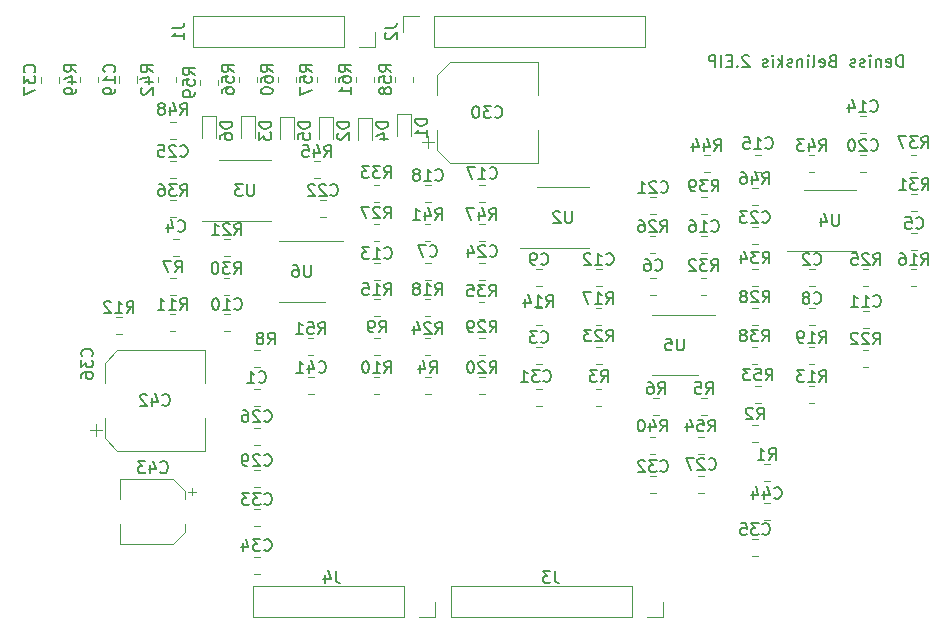
<source format=gbr>
%TF.GenerationSoftware,KiCad,Pcbnew,(5.1.7)-1*%
%TF.CreationDate,2020-12-20T22:11:26+02:00*%
%TF.ProjectId,SOUNDBOX,534f554e-4442-44f5-982e-6b696361645f,rev?*%
%TF.SameCoordinates,Original*%
%TF.FileFunction,Legend,Bot*%
%TF.FilePolarity,Positive*%
%FSLAX46Y46*%
G04 Gerber Fmt 4.6, Leading zero omitted, Abs format (unit mm)*
G04 Created by KiCad (PCBNEW (5.1.7)-1) date 2020-12-20 22:11:26*
%MOMM*%
%LPD*%
G01*
G04 APERTURE LIST*
%ADD10C,0.150000*%
%ADD11C,0.120000*%
G04 APERTURE END LIST*
D10*
X125538476Y-112974380D02*
X125538476Y-111974380D01*
X125300380Y-111974380D01*
X125157523Y-112022000D01*
X125062285Y-112117238D01*
X125014666Y-112212476D01*
X124967047Y-112402952D01*
X124967047Y-112545809D01*
X125014666Y-112736285D01*
X125062285Y-112831523D01*
X125157523Y-112926761D01*
X125300380Y-112974380D01*
X125538476Y-112974380D01*
X124157523Y-112926761D02*
X124252761Y-112974380D01*
X124443238Y-112974380D01*
X124538476Y-112926761D01*
X124586095Y-112831523D01*
X124586095Y-112450571D01*
X124538476Y-112355333D01*
X124443238Y-112307714D01*
X124252761Y-112307714D01*
X124157523Y-112355333D01*
X124109904Y-112450571D01*
X124109904Y-112545809D01*
X124586095Y-112641047D01*
X123681333Y-112307714D02*
X123681333Y-112974380D01*
X123681333Y-112402952D02*
X123633714Y-112355333D01*
X123538476Y-112307714D01*
X123395619Y-112307714D01*
X123300380Y-112355333D01*
X123252761Y-112450571D01*
X123252761Y-112974380D01*
X122776571Y-112974380D02*
X122776571Y-112307714D01*
X122776571Y-111974380D02*
X122824190Y-112022000D01*
X122776571Y-112069619D01*
X122728952Y-112022000D01*
X122776571Y-111974380D01*
X122776571Y-112069619D01*
X122348000Y-112926761D02*
X122252761Y-112974380D01*
X122062285Y-112974380D01*
X121967047Y-112926761D01*
X121919428Y-112831523D01*
X121919428Y-112783904D01*
X121967047Y-112688666D01*
X122062285Y-112641047D01*
X122205142Y-112641047D01*
X122300380Y-112593428D01*
X122348000Y-112498190D01*
X122348000Y-112450571D01*
X122300380Y-112355333D01*
X122205142Y-112307714D01*
X122062285Y-112307714D01*
X121967047Y-112355333D01*
X121538476Y-112926761D02*
X121443238Y-112974380D01*
X121252761Y-112974380D01*
X121157523Y-112926761D01*
X121109904Y-112831523D01*
X121109904Y-112783904D01*
X121157523Y-112688666D01*
X121252761Y-112641047D01*
X121395619Y-112641047D01*
X121490857Y-112593428D01*
X121538476Y-112498190D01*
X121538476Y-112450571D01*
X121490857Y-112355333D01*
X121395619Y-112307714D01*
X121252761Y-112307714D01*
X121157523Y-112355333D01*
X119586095Y-112450571D02*
X119443238Y-112498190D01*
X119395619Y-112545809D01*
X119348000Y-112641047D01*
X119348000Y-112783904D01*
X119395619Y-112879142D01*
X119443238Y-112926761D01*
X119538476Y-112974380D01*
X119919428Y-112974380D01*
X119919428Y-111974380D01*
X119586095Y-111974380D01*
X119490857Y-112022000D01*
X119443238Y-112069619D01*
X119395619Y-112164857D01*
X119395619Y-112260095D01*
X119443238Y-112355333D01*
X119490857Y-112402952D01*
X119586095Y-112450571D01*
X119919428Y-112450571D01*
X118538476Y-112926761D02*
X118633714Y-112974380D01*
X118824190Y-112974380D01*
X118919428Y-112926761D01*
X118967047Y-112831523D01*
X118967047Y-112450571D01*
X118919428Y-112355333D01*
X118824190Y-112307714D01*
X118633714Y-112307714D01*
X118538476Y-112355333D01*
X118490857Y-112450571D01*
X118490857Y-112545809D01*
X118967047Y-112641047D01*
X117919428Y-112974380D02*
X118014666Y-112926761D01*
X118062285Y-112831523D01*
X118062285Y-111974380D01*
X117538476Y-112974380D02*
X117538476Y-112307714D01*
X117538476Y-111974380D02*
X117586095Y-112022000D01*
X117538476Y-112069619D01*
X117490857Y-112022000D01*
X117538476Y-111974380D01*
X117538476Y-112069619D01*
X117062285Y-112307714D02*
X117062285Y-112974380D01*
X117062285Y-112402952D02*
X117014666Y-112355333D01*
X116919428Y-112307714D01*
X116776571Y-112307714D01*
X116681333Y-112355333D01*
X116633714Y-112450571D01*
X116633714Y-112974380D01*
X116205142Y-112926761D02*
X116109904Y-112974380D01*
X115919428Y-112974380D01*
X115824190Y-112926761D01*
X115776571Y-112831523D01*
X115776571Y-112783904D01*
X115824190Y-112688666D01*
X115919428Y-112641047D01*
X116062285Y-112641047D01*
X116157523Y-112593428D01*
X116205142Y-112498190D01*
X116205142Y-112450571D01*
X116157523Y-112355333D01*
X116062285Y-112307714D01*
X115919428Y-112307714D01*
X115824190Y-112355333D01*
X115348000Y-112974380D02*
X115348000Y-111974380D01*
X115252761Y-112593428D02*
X114967047Y-112974380D01*
X114967047Y-112307714D02*
X115348000Y-112688666D01*
X114538476Y-112974380D02*
X114538476Y-112307714D01*
X114538476Y-111974380D02*
X114586095Y-112022000D01*
X114538476Y-112069619D01*
X114490857Y-112022000D01*
X114538476Y-111974380D01*
X114538476Y-112069619D01*
X114109904Y-112926761D02*
X114014666Y-112974380D01*
X113824190Y-112974380D01*
X113728952Y-112926761D01*
X113681333Y-112831523D01*
X113681333Y-112783904D01*
X113728952Y-112688666D01*
X113824190Y-112641047D01*
X113967047Y-112641047D01*
X114062285Y-112593428D01*
X114109904Y-112498190D01*
X114109904Y-112450571D01*
X114062285Y-112355333D01*
X113967047Y-112307714D01*
X113824190Y-112307714D01*
X113728952Y-112355333D01*
X112538476Y-112069619D02*
X112490857Y-112022000D01*
X112395619Y-111974380D01*
X112157523Y-111974380D01*
X112062285Y-112022000D01*
X112014666Y-112069619D01*
X111967047Y-112164857D01*
X111967047Y-112260095D01*
X112014666Y-112402952D01*
X112586095Y-112974380D01*
X111967047Y-112974380D01*
X111538476Y-112879142D02*
X111490857Y-112926761D01*
X111538476Y-112974380D01*
X111586095Y-112926761D01*
X111538476Y-112879142D01*
X111538476Y-112974380D01*
X111062285Y-112450571D02*
X110728952Y-112450571D01*
X110586095Y-112974380D02*
X111062285Y-112974380D01*
X111062285Y-111974380D01*
X110586095Y-111974380D01*
X110157523Y-112974380D02*
X110157523Y-111974380D01*
X109681333Y-112974380D02*
X109681333Y-111974380D01*
X109300380Y-111974380D01*
X109205142Y-112022000D01*
X109157523Y-112069619D01*
X109109904Y-112164857D01*
X109109904Y-112307714D01*
X109157523Y-112402952D01*
X109205142Y-112450571D01*
X109300380Y-112498190D01*
X109681333Y-112498190D01*
D11*
%TO.C,R1*%
X113834936Y-146585000D02*
X114289064Y-146585000D01*
X113834936Y-148055000D02*
X114289064Y-148055000D01*
%TO.C,R28*%
X113273064Y-133377000D02*
X112818936Y-133377000D01*
X113273064Y-134847000D02*
X112818936Y-134847000D01*
%TO.C,C32*%
X104154248Y-149071000D02*
X104676752Y-149071000D01*
X104154248Y-147601000D02*
X104676752Y-147601000D01*
%TO.C,C3*%
X94459248Y-136679000D02*
X94981752Y-136679000D01*
X94459248Y-138149000D02*
X94981752Y-138149000D01*
%TO.C,U2*%
X96774000Y-128340000D02*
X93174000Y-128340000D01*
X96774000Y-128340000D02*
X98974000Y-128340000D01*
X96774000Y-123120000D02*
X94574000Y-123120000D01*
X96774000Y-123120000D02*
X98974000Y-123120000D01*
%TO.C,C33*%
X70583248Y-150395000D02*
X71105752Y-150395000D01*
X70583248Y-151865000D02*
X71105752Y-151865000D01*
%TO.C,U3*%
X69850000Y-126054000D02*
X66250000Y-126054000D01*
X69850000Y-126054000D02*
X72050000Y-126054000D01*
X69850000Y-120834000D02*
X67650000Y-120834000D01*
X69850000Y-120834000D02*
X72050000Y-120834000D01*
%TO.C,C30*%
X85372000Y-119850000D02*
X85372000Y-118850000D01*
X84872000Y-119350000D02*
X85872000Y-119350000D01*
X86112000Y-113644437D02*
X87176437Y-112580000D01*
X86112000Y-120035563D02*
X87176437Y-121100000D01*
X86112000Y-120035563D02*
X86112000Y-118350000D01*
X86112000Y-113644437D02*
X86112000Y-115330000D01*
X87176437Y-112580000D02*
X94632000Y-112580000D01*
X87176437Y-121100000D02*
X94632000Y-121100000D01*
X94632000Y-121100000D02*
X94632000Y-118350000D01*
X94632000Y-112580000D02*
X94632000Y-115330000D01*
%TO.C,U4*%
X119380000Y-123374000D02*
X121580000Y-123374000D01*
X119380000Y-123374000D02*
X117180000Y-123374000D01*
X119380000Y-128594000D02*
X121580000Y-128594000D01*
X119380000Y-128594000D02*
X115780000Y-128594000D01*
%TO.C,R18*%
X85555064Y-134085000D02*
X85100936Y-134085000D01*
X85555064Y-132615000D02*
X85100936Y-132615000D01*
%TO.C,C1*%
X71105752Y-140235000D02*
X70583248Y-140235000D01*
X71105752Y-141705000D02*
X70583248Y-141705000D01*
%TO.C,C2*%
X117594748Y-130075000D02*
X118117252Y-130075000D01*
X117594748Y-131545000D02*
X118117252Y-131545000D01*
%TO.C,C4*%
X63725248Y-129005000D02*
X64247752Y-129005000D01*
X63725248Y-127535000D02*
X64247752Y-127535000D01*
%TO.C,C5*%
X126252248Y-127027000D02*
X126774752Y-127027000D01*
X126252248Y-128497000D02*
X126774752Y-128497000D01*
%TO.C,C6*%
X104676752Y-132307000D02*
X104154248Y-132307000D01*
X104676752Y-130837000D02*
X104154248Y-130837000D01*
%TO.C,C7*%
X85583752Y-129567000D02*
X85061248Y-129567000D01*
X85583752Y-131037000D02*
X85061248Y-131037000D01*
%TO.C,C8*%
X117616248Y-134847000D02*
X118138752Y-134847000D01*
X117616248Y-133377000D02*
X118138752Y-133377000D01*
%TO.C,C9*%
X94502248Y-130075000D02*
X95024752Y-130075000D01*
X94502248Y-131545000D02*
X95024752Y-131545000D01*
%TO.C,C10*%
X68587252Y-135355000D02*
X68064748Y-135355000D01*
X68587252Y-133885000D02*
X68064748Y-133885000D01*
%TO.C,C11*%
X122188248Y-135101000D02*
X122710752Y-135101000D01*
X122188248Y-133631000D02*
X122710752Y-133631000D01*
%TO.C,C12*%
X99539248Y-131545000D02*
X100061752Y-131545000D01*
X99539248Y-130075000D02*
X100061752Y-130075000D01*
%TO.C,C13*%
X80743248Y-129567000D02*
X81265752Y-129567000D01*
X80743248Y-131037000D02*
X81265752Y-131037000D01*
%TO.C,C14*%
X121891248Y-118591000D02*
X122413752Y-118591000D01*
X121891248Y-117121000D02*
X122413752Y-117121000D01*
%TO.C,C15*%
X113545252Y-120423000D02*
X113022748Y-120423000D01*
X113545252Y-121893000D02*
X113022748Y-121893000D01*
%TO.C,C16*%
X108450748Y-127281000D02*
X108973252Y-127281000D01*
X108450748Y-128751000D02*
X108973252Y-128751000D01*
%TO.C,C17*%
X90198752Y-122963000D02*
X89676248Y-122963000D01*
X90198752Y-124433000D02*
X89676248Y-124433000D01*
%TO.C,C18*%
X85605252Y-124433000D02*
X85082748Y-124433000D01*
X85605252Y-122963000D02*
X85082748Y-122963000D01*
%TO.C,C19*%
X59209000Y-113784748D02*
X59209000Y-114307252D01*
X60679000Y-113784748D02*
X60679000Y-114307252D01*
%TO.C,C20*%
X121934248Y-120423000D02*
X122456752Y-120423000D01*
X121934248Y-121893000D02*
X122456752Y-121893000D01*
%TO.C,C21*%
X104154248Y-125449000D02*
X104676752Y-125449000D01*
X104154248Y-123979000D02*
X104676752Y-123979000D01*
%TO.C,C22*%
X76192748Y-125703000D02*
X76715252Y-125703000D01*
X76192748Y-124233000D02*
X76715252Y-124233000D01*
%TO.C,C23*%
X113291252Y-127989000D02*
X112768748Y-127989000D01*
X113291252Y-126519000D02*
X112768748Y-126519000D01*
%TO.C,C24*%
X90198752Y-131037000D02*
X89676248Y-131037000D01*
X90198752Y-129567000D02*
X89676248Y-129567000D01*
%TO.C,C25*%
X63993752Y-122401000D02*
X63471248Y-122401000D01*
X63993752Y-120931000D02*
X63471248Y-120931000D01*
%TO.C,C26*%
X71105752Y-145007000D02*
X70583248Y-145007000D01*
X71105752Y-143537000D02*
X70583248Y-143537000D01*
%TO.C,C27*%
X108740752Y-149071000D02*
X108218248Y-149071000D01*
X108740752Y-147601000D02*
X108218248Y-147601000D01*
%TO.C,C29*%
X70583248Y-148563000D02*
X71105752Y-148563000D01*
X70583248Y-147093000D02*
X71105752Y-147093000D01*
%TO.C,C31*%
X94459248Y-141705000D02*
X94981752Y-141705000D01*
X94459248Y-140235000D02*
X94981752Y-140235000D01*
%TO.C,C34*%
X71105752Y-155929000D02*
X70583248Y-155929000D01*
X71105752Y-154459000D02*
X70583248Y-154459000D01*
%TO.C,C35*%
X112790248Y-154405000D02*
X113312752Y-154405000D01*
X112790248Y-152935000D02*
X113312752Y-152935000D01*
%TO.C,C37*%
X54075000Y-113806248D02*
X54075000Y-114328752D01*
X52605000Y-113806248D02*
X52605000Y-114328752D01*
%TO.C,C41*%
X75198248Y-140689000D02*
X75720752Y-140689000D01*
X75198248Y-139219000D02*
X75720752Y-139219000D01*
%TO.C,C42*%
X57230000Y-144234000D02*
X57230000Y-143234000D01*
X56730000Y-143734000D02*
X57730000Y-143734000D01*
X57970000Y-138028437D02*
X59034437Y-136964000D01*
X57970000Y-144419563D02*
X59034437Y-145484000D01*
X57970000Y-144419563D02*
X57970000Y-142734000D01*
X57970000Y-138028437D02*
X57970000Y-139714000D01*
X59034437Y-136964000D02*
X66490000Y-136964000D01*
X59034437Y-145484000D02*
X66490000Y-145484000D01*
X66490000Y-145484000D02*
X66490000Y-142734000D01*
X66490000Y-136964000D02*
X66490000Y-139714000D01*
%TO.C,C44*%
X113784748Y-149887000D02*
X114307252Y-149887000D01*
X113784748Y-151357000D02*
X114307252Y-151357000D01*
%TO.C,J1*%
X80832000Y-111312000D02*
X80832000Y-109982000D01*
X79502000Y-111312000D02*
X80832000Y-111312000D01*
X78232000Y-111312000D02*
X78232000Y-108652000D01*
X78232000Y-108652000D02*
X65472000Y-108652000D01*
X78232000Y-111312000D02*
X65472000Y-111312000D01*
X65472000Y-111312000D02*
X65472000Y-108652000D01*
%TO.C,J2*%
X83252000Y-108652000D02*
X83252000Y-109982000D01*
X84582000Y-108652000D02*
X83252000Y-108652000D01*
X85852000Y-108652000D02*
X85852000Y-111312000D01*
X85852000Y-111312000D02*
X103692000Y-111312000D01*
X85852000Y-108652000D02*
X103692000Y-108652000D01*
X103692000Y-108652000D02*
X103692000Y-111312000D01*
%TO.C,J3*%
X105216000Y-159572000D02*
X105216000Y-158242000D01*
X103886000Y-159572000D02*
X105216000Y-159572000D01*
X102616000Y-159572000D02*
X102616000Y-156912000D01*
X102616000Y-156912000D02*
X87316000Y-156912000D01*
X102616000Y-159572000D02*
X87316000Y-159572000D01*
X87316000Y-159572000D02*
X87316000Y-156912000D01*
%TO.C,J4*%
X70552000Y-159572000D02*
X70552000Y-156912000D01*
X83312000Y-159572000D02*
X70552000Y-159572000D01*
X83312000Y-156912000D02*
X70552000Y-156912000D01*
X83312000Y-159572000D02*
X83312000Y-156912000D01*
X84582000Y-159572000D02*
X85912000Y-159572000D01*
X85912000Y-159572000D02*
X85912000Y-158242000D01*
%TO.C,R2*%
X113273064Y-144753000D02*
X112818936Y-144753000D01*
X113273064Y-143283000D02*
X112818936Y-143283000D01*
%TO.C,R3*%
X99578936Y-140235000D02*
X100033064Y-140235000D01*
X99578936Y-141705000D02*
X100033064Y-141705000D01*
%TO.C,R4*%
X85132936Y-140689000D02*
X85587064Y-140689000D01*
X85132936Y-139219000D02*
X85587064Y-139219000D01*
%TO.C,R5*%
X108500936Y-142467000D02*
X108955064Y-142467000D01*
X108500936Y-140997000D02*
X108955064Y-140997000D01*
%TO.C,R6*%
X104420936Y-142467000D02*
X104875064Y-142467000D01*
X104420936Y-140997000D02*
X104875064Y-140997000D01*
%TO.C,R7*%
X63997064Y-132307000D02*
X63542936Y-132307000D01*
X63997064Y-130837000D02*
X63542936Y-130837000D01*
%TO.C,R8*%
X71093064Y-136933000D02*
X70638936Y-136933000D01*
X71093064Y-138403000D02*
X70638936Y-138403000D01*
%TO.C,R9*%
X81269064Y-137387000D02*
X80814936Y-137387000D01*
X81269064Y-135917000D02*
X80814936Y-135917000D01*
%TO.C,R10*%
X80782936Y-140689000D02*
X81237064Y-140689000D01*
X80782936Y-139219000D02*
X81237064Y-139219000D01*
%TO.C,R11*%
X63965064Y-135355000D02*
X63510936Y-135355000D01*
X63965064Y-133885000D02*
X63510936Y-133885000D01*
%TO.C,R12*%
X58970936Y-135609000D02*
X59425064Y-135609000D01*
X58970936Y-134139000D02*
X59425064Y-134139000D01*
%TO.C,R13*%
X118067064Y-139981000D02*
X117612936Y-139981000D01*
X118067064Y-141451000D02*
X117612936Y-141451000D01*
%TO.C,R14*%
X94514936Y-133377000D02*
X94969064Y-133377000D01*
X94514936Y-134847000D02*
X94969064Y-134847000D01*
%TO.C,R15*%
X81253064Y-132615000D02*
X80798936Y-132615000D01*
X81253064Y-134085000D02*
X80798936Y-134085000D01*
%TO.C,R16*%
X126703064Y-130075000D02*
X126248936Y-130075000D01*
X126703064Y-131545000D02*
X126248936Y-131545000D01*
%TO.C,R17*%
X99578936Y-133377000D02*
X100033064Y-133377000D01*
X99578936Y-134847000D02*
X100033064Y-134847000D01*
%TO.C,R19*%
X118067064Y-138149000D02*
X117612936Y-138149000D01*
X118067064Y-136679000D02*
X117612936Y-136679000D01*
%TO.C,R20*%
X89704936Y-140689000D02*
X90159064Y-140689000D01*
X89704936Y-139219000D02*
X90159064Y-139219000D01*
%TO.C,R21*%
X68114936Y-127535000D02*
X68569064Y-127535000D01*
X68114936Y-129005000D02*
X68569064Y-129005000D01*
%TO.C,R22*%
X122639064Y-138403000D02*
X122184936Y-138403000D01*
X122639064Y-136933000D02*
X122184936Y-136933000D01*
%TO.C,R23*%
X100049064Y-136679000D02*
X99594936Y-136679000D01*
X100049064Y-138149000D02*
X99594936Y-138149000D01*
%TO.C,R24*%
X85100936Y-137387000D02*
X85555064Y-137387000D01*
X85100936Y-135917000D02*
X85555064Y-135917000D01*
%TO.C,R25*%
X122184936Y-130075000D02*
X122639064Y-130075000D01*
X122184936Y-131545000D02*
X122639064Y-131545000D01*
%TO.C,R26*%
X104150936Y-127281000D02*
X104605064Y-127281000D01*
X104150936Y-128751000D02*
X104605064Y-128751000D01*
%TO.C,R27*%
X81237064Y-127735000D02*
X80782936Y-127735000D01*
X81237064Y-126265000D02*
X80782936Y-126265000D01*
%TO.C,R29*%
X90159064Y-137387000D02*
X89704936Y-137387000D01*
X90159064Y-135917000D02*
X89704936Y-135917000D01*
%TO.C,R30*%
X68082936Y-132307000D02*
X68537064Y-132307000D01*
X68082936Y-130837000D02*
X68537064Y-130837000D01*
%TO.C,R31*%
X126280936Y-123725000D02*
X126735064Y-123725000D01*
X126280936Y-125195000D02*
X126735064Y-125195000D01*
%TO.C,R32*%
X108468936Y-130837000D02*
X108923064Y-130837000D01*
X108468936Y-132307000D02*
X108923064Y-132307000D01*
%TO.C,R33*%
X80782936Y-124433000D02*
X81237064Y-124433000D01*
X80782936Y-122963000D02*
X81237064Y-122963000D01*
%TO.C,R34*%
X113273064Y-131545000D02*
X112818936Y-131545000D01*
X113273064Y-130075000D02*
X112818936Y-130075000D01*
%TO.C,R35*%
X90127064Y-132869000D02*
X89672936Y-132869000D01*
X90127064Y-134339000D02*
X89672936Y-134339000D01*
%TO.C,R36*%
X63526936Y-124233000D02*
X63981064Y-124233000D01*
X63526936Y-125703000D02*
X63981064Y-125703000D01*
%TO.C,R37*%
X126248936Y-121893000D02*
X126703064Y-121893000D01*
X126248936Y-120423000D02*
X126703064Y-120423000D01*
%TO.C,R38*%
X113241064Y-136679000D02*
X112786936Y-136679000D01*
X113241064Y-138149000D02*
X112786936Y-138149000D01*
%TO.C,R39*%
X108955064Y-123979000D02*
X108500936Y-123979000D01*
X108955064Y-125449000D02*
X108500936Y-125449000D01*
%TO.C,R40*%
X104605064Y-145769000D02*
X104150936Y-145769000D01*
X104605064Y-144299000D02*
X104150936Y-144299000D01*
%TO.C,R41*%
X85100936Y-126265000D02*
X85555064Y-126265000D01*
X85100936Y-127735000D02*
X85555064Y-127735000D01*
%TO.C,R42*%
X62511000Y-113834936D02*
X62511000Y-114289064D01*
X63981000Y-113834936D02*
X63981000Y-114289064D01*
%TO.C,R43*%
X117612936Y-121893000D02*
X118067064Y-121893000D01*
X117612936Y-120423000D02*
X118067064Y-120423000D01*
%TO.C,R44*%
X108754936Y-121893000D02*
X109209064Y-121893000D01*
X108754936Y-120423000D02*
X109209064Y-120423000D01*
%TO.C,R45*%
X76189064Y-120931000D02*
X75734936Y-120931000D01*
X76189064Y-122401000D02*
X75734936Y-122401000D01*
%TO.C,R46*%
X112818936Y-123217000D02*
X113273064Y-123217000D01*
X112818936Y-124687000D02*
X113273064Y-124687000D01*
%TO.C,R47*%
X89688936Y-127735000D02*
X90143064Y-127735000D01*
X89688936Y-126265000D02*
X90143064Y-126265000D01*
%TO.C,R48*%
X63542936Y-119099000D02*
X63997064Y-119099000D01*
X63542936Y-117629000D02*
X63997064Y-117629000D01*
%TO.C,R49*%
X55907000Y-114289064D02*
X55907000Y-113834936D01*
X57377000Y-114289064D02*
X57377000Y-113834936D01*
%TO.C,R51*%
X75194936Y-135917000D02*
X75649064Y-135917000D01*
X75194936Y-137387000D02*
X75649064Y-137387000D01*
%TO.C,R53*%
X113527064Y-139981000D02*
X113072936Y-139981000D01*
X113527064Y-141451000D02*
X113072936Y-141451000D01*
%TO.C,R54*%
X108685064Y-145769000D02*
X108230936Y-145769000D01*
X108685064Y-144299000D02*
X108230936Y-144299000D01*
%TO.C,R56*%
X70839000Y-113802936D02*
X70839000Y-114257064D01*
X69369000Y-113802936D02*
X69369000Y-114257064D01*
%TO.C,R57*%
X75973000Y-113802936D02*
X75973000Y-114257064D01*
X77443000Y-113802936D02*
X77443000Y-114257064D01*
%TO.C,R58*%
X82577000Y-113802936D02*
X82577000Y-114257064D01*
X84047000Y-113802936D02*
X84047000Y-114257064D01*
%TO.C,R59*%
X66067000Y-114056936D02*
X66067000Y-114511064D01*
X67537000Y-114056936D02*
X67537000Y-114511064D01*
%TO.C,R60*%
X74141000Y-113802936D02*
X74141000Y-114257064D01*
X72671000Y-113802936D02*
X72671000Y-114257064D01*
%TO.C,R61*%
X80745000Y-113802936D02*
X80745000Y-114257064D01*
X79275000Y-113802936D02*
X79275000Y-114257064D01*
%TO.C,U5*%
X106237000Y-139085000D02*
X104287000Y-139085000D01*
X106237000Y-139085000D02*
X108187000Y-139085000D01*
X106237000Y-133965000D02*
X104287000Y-133965000D01*
X106237000Y-133965000D02*
X109687000Y-133965000D01*
%TO.C,U6*%
X74676000Y-127742000D02*
X78126000Y-127742000D01*
X74676000Y-127742000D02*
X72726000Y-127742000D01*
X74676000Y-132862000D02*
X76626000Y-132862000D01*
X74676000Y-132862000D02*
X72726000Y-132862000D01*
%TO.C,D2*%
X76108000Y-117214000D02*
X77308000Y-117214000D01*
X76108000Y-119064000D02*
X76108000Y-117214000D01*
X77308000Y-119064000D02*
X77308000Y-117214000D01*
%TO.C,D3*%
X70704000Y-119002000D02*
X70704000Y-117152000D01*
X69504000Y-119002000D02*
X69504000Y-117152000D01*
X69504000Y-117152000D02*
X70704000Y-117152000D01*
%TO.C,D4*%
X80610000Y-119126000D02*
X80610000Y-117276000D01*
X79410000Y-119126000D02*
X79410000Y-117276000D01*
X79410000Y-117276000D02*
X80610000Y-117276000D01*
%TO.C,D5*%
X72806000Y-117214000D02*
X74006000Y-117214000D01*
X72806000Y-119064000D02*
X72806000Y-117214000D01*
X74006000Y-119064000D02*
X74006000Y-117214000D01*
%TO.C,D6*%
X66202000Y-117152000D02*
X67402000Y-117152000D01*
X66202000Y-119002000D02*
X66202000Y-117152000D01*
X67402000Y-119002000D02*
X67402000Y-117152000D01*
%TO.C,D1*%
X83912000Y-118810000D02*
X83912000Y-116960000D01*
X82712000Y-118810000D02*
X82712000Y-116960000D01*
X82712000Y-116960000D02*
X83912000Y-116960000D01*
%TO.C,C43*%
X59302000Y-153382000D02*
X59302000Y-151682000D01*
X59302000Y-147862000D02*
X59302000Y-149562000D01*
X63757563Y-147862000D02*
X59302000Y-147862000D01*
X63757563Y-153382000D02*
X59302000Y-153382000D01*
X64822000Y-152317563D02*
X64822000Y-151682000D01*
X64822000Y-148926437D02*
X64822000Y-149562000D01*
X64822000Y-148926437D02*
X63757563Y-147862000D01*
X64822000Y-152317563D02*
X63757563Y-153382000D01*
X65687000Y-148937000D02*
X65062000Y-148937000D01*
X65374500Y-148624500D02*
X65374500Y-149249500D01*
%TO.C,R1*%
D10*
X114212666Y-146248380D02*
X114546000Y-145772190D01*
X114784095Y-146248380D02*
X114784095Y-145248380D01*
X114403142Y-145248380D01*
X114307904Y-145296000D01*
X114260285Y-145343619D01*
X114212666Y-145438857D01*
X114212666Y-145581714D01*
X114260285Y-145676952D01*
X114307904Y-145724571D01*
X114403142Y-145772190D01*
X114784095Y-145772190D01*
X113260285Y-146248380D02*
X113831714Y-146248380D01*
X113546000Y-146248380D02*
X113546000Y-145248380D01*
X113641238Y-145391238D01*
X113736476Y-145486476D01*
X113831714Y-145534095D01*
%TO.C,R28*%
X113688857Y-132914380D02*
X114022190Y-132438190D01*
X114260285Y-132914380D02*
X114260285Y-131914380D01*
X113879333Y-131914380D01*
X113784095Y-131962000D01*
X113736476Y-132009619D01*
X113688857Y-132104857D01*
X113688857Y-132247714D01*
X113736476Y-132342952D01*
X113784095Y-132390571D01*
X113879333Y-132438190D01*
X114260285Y-132438190D01*
X113307904Y-132009619D02*
X113260285Y-131962000D01*
X113165047Y-131914380D01*
X112926952Y-131914380D01*
X112831714Y-131962000D01*
X112784095Y-132009619D01*
X112736476Y-132104857D01*
X112736476Y-132200095D01*
X112784095Y-132342952D01*
X113355523Y-132914380D01*
X112736476Y-132914380D01*
X112165047Y-132342952D02*
X112260285Y-132295333D01*
X112307904Y-132247714D01*
X112355523Y-132152476D01*
X112355523Y-132104857D01*
X112307904Y-132009619D01*
X112260285Y-131962000D01*
X112165047Y-131914380D01*
X111974571Y-131914380D01*
X111879333Y-131962000D01*
X111831714Y-132009619D01*
X111784095Y-132104857D01*
X111784095Y-132152476D01*
X111831714Y-132247714D01*
X111879333Y-132295333D01*
X111974571Y-132342952D01*
X112165047Y-132342952D01*
X112260285Y-132390571D01*
X112307904Y-132438190D01*
X112355523Y-132533428D01*
X112355523Y-132723904D01*
X112307904Y-132819142D01*
X112260285Y-132866761D01*
X112165047Y-132914380D01*
X111974571Y-132914380D01*
X111879333Y-132866761D01*
X111831714Y-132819142D01*
X111784095Y-132723904D01*
X111784095Y-132533428D01*
X111831714Y-132438190D01*
X111879333Y-132390571D01*
X111974571Y-132342952D01*
%TO.C,C32*%
X105036857Y-147169142D02*
X105084476Y-147216761D01*
X105227333Y-147264380D01*
X105322571Y-147264380D01*
X105465428Y-147216761D01*
X105560666Y-147121523D01*
X105608285Y-147026285D01*
X105655904Y-146835809D01*
X105655904Y-146692952D01*
X105608285Y-146502476D01*
X105560666Y-146407238D01*
X105465428Y-146312000D01*
X105322571Y-146264380D01*
X105227333Y-146264380D01*
X105084476Y-146312000D01*
X105036857Y-146359619D01*
X104703523Y-146264380D02*
X104084476Y-146264380D01*
X104417809Y-146645333D01*
X104274952Y-146645333D01*
X104179714Y-146692952D01*
X104132095Y-146740571D01*
X104084476Y-146835809D01*
X104084476Y-147073904D01*
X104132095Y-147169142D01*
X104179714Y-147216761D01*
X104274952Y-147264380D01*
X104560666Y-147264380D01*
X104655904Y-147216761D01*
X104703523Y-147169142D01*
X103703523Y-146359619D02*
X103655904Y-146312000D01*
X103560666Y-146264380D01*
X103322571Y-146264380D01*
X103227333Y-146312000D01*
X103179714Y-146359619D01*
X103132095Y-146454857D01*
X103132095Y-146550095D01*
X103179714Y-146692952D01*
X103751142Y-147264380D01*
X103132095Y-147264380D01*
%TO.C,C3*%
X94908666Y-136247142D02*
X94956285Y-136294761D01*
X95099142Y-136342380D01*
X95194380Y-136342380D01*
X95337238Y-136294761D01*
X95432476Y-136199523D01*
X95480095Y-136104285D01*
X95527714Y-135913809D01*
X95527714Y-135770952D01*
X95480095Y-135580476D01*
X95432476Y-135485238D01*
X95337238Y-135390000D01*
X95194380Y-135342380D01*
X95099142Y-135342380D01*
X94956285Y-135390000D01*
X94908666Y-135437619D01*
X94575333Y-135342380D02*
X93956285Y-135342380D01*
X94289619Y-135723333D01*
X94146761Y-135723333D01*
X94051523Y-135770952D01*
X94003904Y-135818571D01*
X93956285Y-135913809D01*
X93956285Y-136151904D01*
X94003904Y-136247142D01*
X94051523Y-136294761D01*
X94146761Y-136342380D01*
X94432476Y-136342380D01*
X94527714Y-136294761D01*
X94575333Y-136247142D01*
%TO.C,U2*%
X97535904Y-125182380D02*
X97535904Y-125991904D01*
X97488285Y-126087142D01*
X97440666Y-126134761D01*
X97345428Y-126182380D01*
X97154952Y-126182380D01*
X97059714Y-126134761D01*
X97012095Y-126087142D01*
X96964476Y-125991904D01*
X96964476Y-125182380D01*
X96535904Y-125277619D02*
X96488285Y-125230000D01*
X96393047Y-125182380D01*
X96154952Y-125182380D01*
X96059714Y-125230000D01*
X96012095Y-125277619D01*
X95964476Y-125372857D01*
X95964476Y-125468095D01*
X96012095Y-125610952D01*
X96583523Y-126182380D01*
X95964476Y-126182380D01*
%TO.C,C33*%
X71508857Y-149963142D02*
X71556476Y-150010761D01*
X71699333Y-150058380D01*
X71794571Y-150058380D01*
X71937428Y-150010761D01*
X72032666Y-149915523D01*
X72080285Y-149820285D01*
X72127904Y-149629809D01*
X72127904Y-149486952D01*
X72080285Y-149296476D01*
X72032666Y-149201238D01*
X71937428Y-149106000D01*
X71794571Y-149058380D01*
X71699333Y-149058380D01*
X71556476Y-149106000D01*
X71508857Y-149153619D01*
X71175523Y-149058380D02*
X70556476Y-149058380D01*
X70889809Y-149439333D01*
X70746952Y-149439333D01*
X70651714Y-149486952D01*
X70604095Y-149534571D01*
X70556476Y-149629809D01*
X70556476Y-149867904D01*
X70604095Y-149963142D01*
X70651714Y-150010761D01*
X70746952Y-150058380D01*
X71032666Y-150058380D01*
X71127904Y-150010761D01*
X71175523Y-149963142D01*
X70223142Y-149058380D02*
X69604095Y-149058380D01*
X69937428Y-149439333D01*
X69794571Y-149439333D01*
X69699333Y-149486952D01*
X69651714Y-149534571D01*
X69604095Y-149629809D01*
X69604095Y-149867904D01*
X69651714Y-149963142D01*
X69699333Y-150010761D01*
X69794571Y-150058380D01*
X70080285Y-150058380D01*
X70175523Y-150010761D01*
X70223142Y-149963142D01*
%TO.C,U3*%
X70611904Y-122896380D02*
X70611904Y-123705904D01*
X70564285Y-123801142D01*
X70516666Y-123848761D01*
X70421428Y-123896380D01*
X70230952Y-123896380D01*
X70135714Y-123848761D01*
X70088095Y-123801142D01*
X70040476Y-123705904D01*
X70040476Y-122896380D01*
X69659523Y-122896380D02*
X69040476Y-122896380D01*
X69373809Y-123277333D01*
X69230952Y-123277333D01*
X69135714Y-123324952D01*
X69088095Y-123372571D01*
X69040476Y-123467809D01*
X69040476Y-123705904D01*
X69088095Y-123801142D01*
X69135714Y-123848761D01*
X69230952Y-123896380D01*
X69516666Y-123896380D01*
X69611904Y-123848761D01*
X69659523Y-123801142D01*
%TO.C,C30*%
X91014857Y-117197142D02*
X91062476Y-117244761D01*
X91205333Y-117292380D01*
X91300571Y-117292380D01*
X91443428Y-117244761D01*
X91538666Y-117149523D01*
X91586285Y-117054285D01*
X91633904Y-116863809D01*
X91633904Y-116720952D01*
X91586285Y-116530476D01*
X91538666Y-116435238D01*
X91443428Y-116340000D01*
X91300571Y-116292380D01*
X91205333Y-116292380D01*
X91062476Y-116340000D01*
X91014857Y-116387619D01*
X90681523Y-116292380D02*
X90062476Y-116292380D01*
X90395809Y-116673333D01*
X90252952Y-116673333D01*
X90157714Y-116720952D01*
X90110095Y-116768571D01*
X90062476Y-116863809D01*
X90062476Y-117101904D01*
X90110095Y-117197142D01*
X90157714Y-117244761D01*
X90252952Y-117292380D01*
X90538666Y-117292380D01*
X90633904Y-117244761D01*
X90681523Y-117197142D01*
X89443428Y-116292380D02*
X89348190Y-116292380D01*
X89252952Y-116340000D01*
X89205333Y-116387619D01*
X89157714Y-116482857D01*
X89110095Y-116673333D01*
X89110095Y-116911428D01*
X89157714Y-117101904D01*
X89205333Y-117197142D01*
X89252952Y-117244761D01*
X89348190Y-117292380D01*
X89443428Y-117292380D01*
X89538666Y-117244761D01*
X89586285Y-117197142D01*
X89633904Y-117101904D01*
X89681523Y-116911428D01*
X89681523Y-116673333D01*
X89633904Y-116482857D01*
X89586285Y-116387619D01*
X89538666Y-116340000D01*
X89443428Y-116292380D01*
%TO.C,U4*%
X120141904Y-125436380D02*
X120141904Y-126245904D01*
X120094285Y-126341142D01*
X120046666Y-126388761D01*
X119951428Y-126436380D01*
X119760952Y-126436380D01*
X119665714Y-126388761D01*
X119618095Y-126341142D01*
X119570476Y-126245904D01*
X119570476Y-125436380D01*
X118665714Y-125769714D02*
X118665714Y-126436380D01*
X118903809Y-125388761D02*
X119141904Y-126103047D01*
X118522857Y-126103047D01*
%TO.C,R18*%
X85970857Y-132278380D02*
X86304190Y-131802190D01*
X86542285Y-132278380D02*
X86542285Y-131278380D01*
X86161333Y-131278380D01*
X86066095Y-131326000D01*
X86018476Y-131373619D01*
X85970857Y-131468857D01*
X85970857Y-131611714D01*
X86018476Y-131706952D01*
X86066095Y-131754571D01*
X86161333Y-131802190D01*
X86542285Y-131802190D01*
X85018476Y-132278380D02*
X85589904Y-132278380D01*
X85304190Y-132278380D02*
X85304190Y-131278380D01*
X85399428Y-131421238D01*
X85494666Y-131516476D01*
X85589904Y-131564095D01*
X84447047Y-131706952D02*
X84542285Y-131659333D01*
X84589904Y-131611714D01*
X84637523Y-131516476D01*
X84637523Y-131468857D01*
X84589904Y-131373619D01*
X84542285Y-131326000D01*
X84447047Y-131278380D01*
X84256571Y-131278380D01*
X84161333Y-131326000D01*
X84113714Y-131373619D01*
X84066095Y-131468857D01*
X84066095Y-131516476D01*
X84113714Y-131611714D01*
X84161333Y-131659333D01*
X84256571Y-131706952D01*
X84447047Y-131706952D01*
X84542285Y-131754571D01*
X84589904Y-131802190D01*
X84637523Y-131897428D01*
X84637523Y-132087904D01*
X84589904Y-132183142D01*
X84542285Y-132230761D01*
X84447047Y-132278380D01*
X84256571Y-132278380D01*
X84161333Y-132230761D01*
X84113714Y-132183142D01*
X84066095Y-132087904D01*
X84066095Y-131897428D01*
X84113714Y-131802190D01*
X84161333Y-131754571D01*
X84256571Y-131706952D01*
%TO.C,C1*%
X71011166Y-139647142D02*
X71058785Y-139694761D01*
X71201642Y-139742380D01*
X71296880Y-139742380D01*
X71439738Y-139694761D01*
X71534976Y-139599523D01*
X71582595Y-139504285D01*
X71630214Y-139313809D01*
X71630214Y-139170952D01*
X71582595Y-138980476D01*
X71534976Y-138885238D01*
X71439738Y-138790000D01*
X71296880Y-138742380D01*
X71201642Y-138742380D01*
X71058785Y-138790000D01*
X71011166Y-138837619D01*
X70058785Y-139742380D02*
X70630214Y-139742380D01*
X70344500Y-139742380D02*
X70344500Y-138742380D01*
X70439738Y-138885238D01*
X70534976Y-138980476D01*
X70630214Y-139028095D01*
%TO.C,C2*%
X118022666Y-129643142D02*
X118070285Y-129690761D01*
X118213142Y-129738380D01*
X118308380Y-129738380D01*
X118451238Y-129690761D01*
X118546476Y-129595523D01*
X118594095Y-129500285D01*
X118641714Y-129309809D01*
X118641714Y-129166952D01*
X118594095Y-128976476D01*
X118546476Y-128881238D01*
X118451238Y-128786000D01*
X118308380Y-128738380D01*
X118213142Y-128738380D01*
X118070285Y-128786000D01*
X118022666Y-128833619D01*
X117641714Y-128833619D02*
X117594095Y-128786000D01*
X117498857Y-128738380D01*
X117260761Y-128738380D01*
X117165523Y-128786000D01*
X117117904Y-128833619D01*
X117070285Y-128928857D01*
X117070285Y-129024095D01*
X117117904Y-129166952D01*
X117689333Y-129738380D01*
X117070285Y-129738380D01*
%TO.C,C4*%
X64174666Y-126849142D02*
X64222285Y-126896761D01*
X64365142Y-126944380D01*
X64460380Y-126944380D01*
X64603238Y-126896761D01*
X64698476Y-126801523D01*
X64746095Y-126706285D01*
X64793714Y-126515809D01*
X64793714Y-126372952D01*
X64746095Y-126182476D01*
X64698476Y-126087238D01*
X64603238Y-125992000D01*
X64460380Y-125944380D01*
X64365142Y-125944380D01*
X64222285Y-125992000D01*
X64174666Y-126039619D01*
X63317523Y-126277714D02*
X63317523Y-126944380D01*
X63555619Y-125896761D02*
X63793714Y-126611047D01*
X63174666Y-126611047D01*
%TO.C,C5*%
X126680166Y-126595142D02*
X126727785Y-126642761D01*
X126870642Y-126690380D01*
X126965880Y-126690380D01*
X127108738Y-126642761D01*
X127203976Y-126547523D01*
X127251595Y-126452285D01*
X127299214Y-126261809D01*
X127299214Y-126118952D01*
X127251595Y-125928476D01*
X127203976Y-125833238D01*
X127108738Y-125738000D01*
X126965880Y-125690380D01*
X126870642Y-125690380D01*
X126727785Y-125738000D01*
X126680166Y-125785619D01*
X125775404Y-125690380D02*
X126251595Y-125690380D01*
X126299214Y-126166571D01*
X126251595Y-126118952D01*
X126156357Y-126071333D01*
X125918261Y-126071333D01*
X125823023Y-126118952D01*
X125775404Y-126166571D01*
X125727785Y-126261809D01*
X125727785Y-126499904D01*
X125775404Y-126595142D01*
X125823023Y-126642761D01*
X125918261Y-126690380D01*
X126156357Y-126690380D01*
X126251595Y-126642761D01*
X126299214Y-126595142D01*
%TO.C,C6*%
X104582166Y-130151142D02*
X104629785Y-130198761D01*
X104772642Y-130246380D01*
X104867880Y-130246380D01*
X105010738Y-130198761D01*
X105105976Y-130103523D01*
X105153595Y-130008285D01*
X105201214Y-129817809D01*
X105201214Y-129674952D01*
X105153595Y-129484476D01*
X105105976Y-129389238D01*
X105010738Y-129294000D01*
X104867880Y-129246380D01*
X104772642Y-129246380D01*
X104629785Y-129294000D01*
X104582166Y-129341619D01*
X103725023Y-129246380D02*
X103915500Y-129246380D01*
X104010738Y-129294000D01*
X104058357Y-129341619D01*
X104153595Y-129484476D01*
X104201214Y-129674952D01*
X104201214Y-130055904D01*
X104153595Y-130151142D01*
X104105976Y-130198761D01*
X104010738Y-130246380D01*
X103820261Y-130246380D01*
X103725023Y-130198761D01*
X103677404Y-130151142D01*
X103629785Y-130055904D01*
X103629785Y-129817809D01*
X103677404Y-129722571D01*
X103725023Y-129674952D01*
X103820261Y-129627333D01*
X104010738Y-129627333D01*
X104105976Y-129674952D01*
X104153595Y-129722571D01*
X104201214Y-129817809D01*
%TO.C,C7*%
X85489166Y-128979142D02*
X85536785Y-129026761D01*
X85679642Y-129074380D01*
X85774880Y-129074380D01*
X85917738Y-129026761D01*
X86012976Y-128931523D01*
X86060595Y-128836285D01*
X86108214Y-128645809D01*
X86108214Y-128502952D01*
X86060595Y-128312476D01*
X86012976Y-128217238D01*
X85917738Y-128122000D01*
X85774880Y-128074380D01*
X85679642Y-128074380D01*
X85536785Y-128122000D01*
X85489166Y-128169619D01*
X85155833Y-128074380D02*
X84489166Y-128074380D01*
X84917738Y-129074380D01*
%TO.C,C8*%
X118022666Y-132945142D02*
X118070285Y-132992761D01*
X118213142Y-133040380D01*
X118308380Y-133040380D01*
X118451238Y-132992761D01*
X118546476Y-132897523D01*
X118594095Y-132802285D01*
X118641714Y-132611809D01*
X118641714Y-132468952D01*
X118594095Y-132278476D01*
X118546476Y-132183238D01*
X118451238Y-132088000D01*
X118308380Y-132040380D01*
X118213142Y-132040380D01*
X118070285Y-132088000D01*
X118022666Y-132135619D01*
X117451238Y-132468952D02*
X117546476Y-132421333D01*
X117594095Y-132373714D01*
X117641714Y-132278476D01*
X117641714Y-132230857D01*
X117594095Y-132135619D01*
X117546476Y-132088000D01*
X117451238Y-132040380D01*
X117260761Y-132040380D01*
X117165523Y-132088000D01*
X117117904Y-132135619D01*
X117070285Y-132230857D01*
X117070285Y-132278476D01*
X117117904Y-132373714D01*
X117165523Y-132421333D01*
X117260761Y-132468952D01*
X117451238Y-132468952D01*
X117546476Y-132516571D01*
X117594095Y-132564190D01*
X117641714Y-132659428D01*
X117641714Y-132849904D01*
X117594095Y-132945142D01*
X117546476Y-132992761D01*
X117451238Y-133040380D01*
X117260761Y-133040380D01*
X117165523Y-132992761D01*
X117117904Y-132945142D01*
X117070285Y-132849904D01*
X117070285Y-132659428D01*
X117117904Y-132564190D01*
X117165523Y-132516571D01*
X117260761Y-132468952D01*
%TO.C,C9*%
X94930166Y-129643142D02*
X94977785Y-129690761D01*
X95120642Y-129738380D01*
X95215880Y-129738380D01*
X95358738Y-129690761D01*
X95453976Y-129595523D01*
X95501595Y-129500285D01*
X95549214Y-129309809D01*
X95549214Y-129166952D01*
X95501595Y-128976476D01*
X95453976Y-128881238D01*
X95358738Y-128786000D01*
X95215880Y-128738380D01*
X95120642Y-128738380D01*
X94977785Y-128786000D01*
X94930166Y-128833619D01*
X94453976Y-129738380D02*
X94263500Y-129738380D01*
X94168261Y-129690761D01*
X94120642Y-129643142D01*
X94025404Y-129500285D01*
X93977785Y-129309809D01*
X93977785Y-128928857D01*
X94025404Y-128833619D01*
X94073023Y-128786000D01*
X94168261Y-128738380D01*
X94358738Y-128738380D01*
X94453976Y-128786000D01*
X94501595Y-128833619D01*
X94549214Y-128928857D01*
X94549214Y-129166952D01*
X94501595Y-129262190D01*
X94453976Y-129309809D01*
X94358738Y-129357428D01*
X94168261Y-129357428D01*
X94073023Y-129309809D01*
X94025404Y-129262190D01*
X93977785Y-129166952D01*
%TO.C,C10*%
X68968857Y-133453142D02*
X69016476Y-133500761D01*
X69159333Y-133548380D01*
X69254571Y-133548380D01*
X69397428Y-133500761D01*
X69492666Y-133405523D01*
X69540285Y-133310285D01*
X69587904Y-133119809D01*
X69587904Y-132976952D01*
X69540285Y-132786476D01*
X69492666Y-132691238D01*
X69397428Y-132596000D01*
X69254571Y-132548380D01*
X69159333Y-132548380D01*
X69016476Y-132596000D01*
X68968857Y-132643619D01*
X68016476Y-133548380D02*
X68587904Y-133548380D01*
X68302190Y-133548380D02*
X68302190Y-132548380D01*
X68397428Y-132691238D01*
X68492666Y-132786476D01*
X68587904Y-132834095D01*
X67397428Y-132548380D02*
X67302190Y-132548380D01*
X67206952Y-132596000D01*
X67159333Y-132643619D01*
X67111714Y-132738857D01*
X67064095Y-132929333D01*
X67064095Y-133167428D01*
X67111714Y-133357904D01*
X67159333Y-133453142D01*
X67206952Y-133500761D01*
X67302190Y-133548380D01*
X67397428Y-133548380D01*
X67492666Y-133500761D01*
X67540285Y-133453142D01*
X67587904Y-133357904D01*
X67635523Y-133167428D01*
X67635523Y-132929333D01*
X67587904Y-132738857D01*
X67540285Y-132643619D01*
X67492666Y-132596000D01*
X67397428Y-132548380D01*
%TO.C,C11*%
X123070857Y-133199142D02*
X123118476Y-133246761D01*
X123261333Y-133294380D01*
X123356571Y-133294380D01*
X123499428Y-133246761D01*
X123594666Y-133151523D01*
X123642285Y-133056285D01*
X123689904Y-132865809D01*
X123689904Y-132722952D01*
X123642285Y-132532476D01*
X123594666Y-132437238D01*
X123499428Y-132342000D01*
X123356571Y-132294380D01*
X123261333Y-132294380D01*
X123118476Y-132342000D01*
X123070857Y-132389619D01*
X122118476Y-133294380D02*
X122689904Y-133294380D01*
X122404190Y-133294380D02*
X122404190Y-132294380D01*
X122499428Y-132437238D01*
X122594666Y-132532476D01*
X122689904Y-132580095D01*
X121166095Y-133294380D02*
X121737523Y-133294380D01*
X121451809Y-133294380D02*
X121451809Y-132294380D01*
X121547047Y-132437238D01*
X121642285Y-132532476D01*
X121737523Y-132580095D01*
%TO.C,C12*%
X100443357Y-129643142D02*
X100490976Y-129690761D01*
X100633833Y-129738380D01*
X100729071Y-129738380D01*
X100871928Y-129690761D01*
X100967166Y-129595523D01*
X101014785Y-129500285D01*
X101062404Y-129309809D01*
X101062404Y-129166952D01*
X101014785Y-128976476D01*
X100967166Y-128881238D01*
X100871928Y-128786000D01*
X100729071Y-128738380D01*
X100633833Y-128738380D01*
X100490976Y-128786000D01*
X100443357Y-128833619D01*
X99490976Y-129738380D02*
X100062404Y-129738380D01*
X99776690Y-129738380D02*
X99776690Y-128738380D01*
X99871928Y-128881238D01*
X99967166Y-128976476D01*
X100062404Y-129024095D01*
X99110023Y-128833619D02*
X99062404Y-128786000D01*
X98967166Y-128738380D01*
X98729071Y-128738380D01*
X98633833Y-128786000D01*
X98586214Y-128833619D01*
X98538595Y-128928857D01*
X98538595Y-129024095D01*
X98586214Y-129166952D01*
X99157642Y-129738380D01*
X98538595Y-129738380D01*
%TO.C,C13*%
X81668857Y-129135142D02*
X81716476Y-129182761D01*
X81859333Y-129230380D01*
X81954571Y-129230380D01*
X82097428Y-129182761D01*
X82192666Y-129087523D01*
X82240285Y-128992285D01*
X82287904Y-128801809D01*
X82287904Y-128658952D01*
X82240285Y-128468476D01*
X82192666Y-128373238D01*
X82097428Y-128278000D01*
X81954571Y-128230380D01*
X81859333Y-128230380D01*
X81716476Y-128278000D01*
X81668857Y-128325619D01*
X80716476Y-129230380D02*
X81287904Y-129230380D01*
X81002190Y-129230380D02*
X81002190Y-128230380D01*
X81097428Y-128373238D01*
X81192666Y-128468476D01*
X81287904Y-128516095D01*
X80383142Y-128230380D02*
X79764095Y-128230380D01*
X80097428Y-128611333D01*
X79954571Y-128611333D01*
X79859333Y-128658952D01*
X79811714Y-128706571D01*
X79764095Y-128801809D01*
X79764095Y-129039904D01*
X79811714Y-129135142D01*
X79859333Y-129182761D01*
X79954571Y-129230380D01*
X80240285Y-129230380D01*
X80335523Y-129182761D01*
X80383142Y-129135142D01*
%TO.C,C14*%
X122816857Y-116689142D02*
X122864476Y-116736761D01*
X123007333Y-116784380D01*
X123102571Y-116784380D01*
X123245428Y-116736761D01*
X123340666Y-116641523D01*
X123388285Y-116546285D01*
X123435904Y-116355809D01*
X123435904Y-116212952D01*
X123388285Y-116022476D01*
X123340666Y-115927238D01*
X123245428Y-115832000D01*
X123102571Y-115784380D01*
X123007333Y-115784380D01*
X122864476Y-115832000D01*
X122816857Y-115879619D01*
X121864476Y-116784380D02*
X122435904Y-116784380D01*
X122150190Y-116784380D02*
X122150190Y-115784380D01*
X122245428Y-115927238D01*
X122340666Y-116022476D01*
X122435904Y-116070095D01*
X121007333Y-116117714D02*
X121007333Y-116784380D01*
X121245428Y-115736761D02*
X121483523Y-116451047D01*
X120864476Y-116451047D01*
%TO.C,C15*%
X113926857Y-119835142D02*
X113974476Y-119882761D01*
X114117333Y-119930380D01*
X114212571Y-119930380D01*
X114355428Y-119882761D01*
X114450666Y-119787523D01*
X114498285Y-119692285D01*
X114545904Y-119501809D01*
X114545904Y-119358952D01*
X114498285Y-119168476D01*
X114450666Y-119073238D01*
X114355428Y-118978000D01*
X114212571Y-118930380D01*
X114117333Y-118930380D01*
X113974476Y-118978000D01*
X113926857Y-119025619D01*
X112974476Y-119930380D02*
X113545904Y-119930380D01*
X113260190Y-119930380D02*
X113260190Y-118930380D01*
X113355428Y-119073238D01*
X113450666Y-119168476D01*
X113545904Y-119216095D01*
X112069714Y-118930380D02*
X112545904Y-118930380D01*
X112593523Y-119406571D01*
X112545904Y-119358952D01*
X112450666Y-119311333D01*
X112212571Y-119311333D01*
X112117333Y-119358952D01*
X112069714Y-119406571D01*
X112022095Y-119501809D01*
X112022095Y-119739904D01*
X112069714Y-119835142D01*
X112117333Y-119882761D01*
X112212571Y-119930380D01*
X112450666Y-119930380D01*
X112545904Y-119882761D01*
X112593523Y-119835142D01*
%TO.C,C16*%
X109354857Y-126849142D02*
X109402476Y-126896761D01*
X109545333Y-126944380D01*
X109640571Y-126944380D01*
X109783428Y-126896761D01*
X109878666Y-126801523D01*
X109926285Y-126706285D01*
X109973904Y-126515809D01*
X109973904Y-126372952D01*
X109926285Y-126182476D01*
X109878666Y-126087238D01*
X109783428Y-125992000D01*
X109640571Y-125944380D01*
X109545333Y-125944380D01*
X109402476Y-125992000D01*
X109354857Y-126039619D01*
X108402476Y-126944380D02*
X108973904Y-126944380D01*
X108688190Y-126944380D02*
X108688190Y-125944380D01*
X108783428Y-126087238D01*
X108878666Y-126182476D01*
X108973904Y-126230095D01*
X107545333Y-125944380D02*
X107735809Y-125944380D01*
X107831047Y-125992000D01*
X107878666Y-126039619D01*
X107973904Y-126182476D01*
X108021523Y-126372952D01*
X108021523Y-126753904D01*
X107973904Y-126849142D01*
X107926285Y-126896761D01*
X107831047Y-126944380D01*
X107640571Y-126944380D01*
X107545333Y-126896761D01*
X107497714Y-126849142D01*
X107450095Y-126753904D01*
X107450095Y-126515809D01*
X107497714Y-126420571D01*
X107545333Y-126372952D01*
X107640571Y-126325333D01*
X107831047Y-126325333D01*
X107926285Y-126372952D01*
X107973904Y-126420571D01*
X108021523Y-126515809D01*
%TO.C,C17*%
X90580357Y-122375142D02*
X90627976Y-122422761D01*
X90770833Y-122470380D01*
X90866071Y-122470380D01*
X91008928Y-122422761D01*
X91104166Y-122327523D01*
X91151785Y-122232285D01*
X91199404Y-122041809D01*
X91199404Y-121898952D01*
X91151785Y-121708476D01*
X91104166Y-121613238D01*
X91008928Y-121518000D01*
X90866071Y-121470380D01*
X90770833Y-121470380D01*
X90627976Y-121518000D01*
X90580357Y-121565619D01*
X89627976Y-122470380D02*
X90199404Y-122470380D01*
X89913690Y-122470380D02*
X89913690Y-121470380D01*
X90008928Y-121613238D01*
X90104166Y-121708476D01*
X90199404Y-121756095D01*
X89294642Y-121470380D02*
X88627976Y-121470380D01*
X89056547Y-122470380D01*
%TO.C,C18*%
X85986857Y-122531142D02*
X86034476Y-122578761D01*
X86177333Y-122626380D01*
X86272571Y-122626380D01*
X86415428Y-122578761D01*
X86510666Y-122483523D01*
X86558285Y-122388285D01*
X86605904Y-122197809D01*
X86605904Y-122054952D01*
X86558285Y-121864476D01*
X86510666Y-121769238D01*
X86415428Y-121674000D01*
X86272571Y-121626380D01*
X86177333Y-121626380D01*
X86034476Y-121674000D01*
X85986857Y-121721619D01*
X85034476Y-122626380D02*
X85605904Y-122626380D01*
X85320190Y-122626380D02*
X85320190Y-121626380D01*
X85415428Y-121769238D01*
X85510666Y-121864476D01*
X85605904Y-121912095D01*
X84463047Y-122054952D02*
X84558285Y-122007333D01*
X84605904Y-121959714D01*
X84653523Y-121864476D01*
X84653523Y-121816857D01*
X84605904Y-121721619D01*
X84558285Y-121674000D01*
X84463047Y-121626380D01*
X84272571Y-121626380D01*
X84177333Y-121674000D01*
X84129714Y-121721619D01*
X84082095Y-121816857D01*
X84082095Y-121864476D01*
X84129714Y-121959714D01*
X84177333Y-122007333D01*
X84272571Y-122054952D01*
X84463047Y-122054952D01*
X84558285Y-122102571D01*
X84605904Y-122150190D01*
X84653523Y-122245428D01*
X84653523Y-122435904D01*
X84605904Y-122531142D01*
X84558285Y-122578761D01*
X84463047Y-122626380D01*
X84272571Y-122626380D01*
X84177333Y-122578761D01*
X84129714Y-122531142D01*
X84082095Y-122435904D01*
X84082095Y-122245428D01*
X84129714Y-122150190D01*
X84177333Y-122102571D01*
X84272571Y-122054952D01*
%TO.C,C19*%
X58777142Y-113403142D02*
X58824761Y-113355523D01*
X58872380Y-113212666D01*
X58872380Y-113117428D01*
X58824761Y-112974571D01*
X58729523Y-112879333D01*
X58634285Y-112831714D01*
X58443809Y-112784095D01*
X58300952Y-112784095D01*
X58110476Y-112831714D01*
X58015238Y-112879333D01*
X57920000Y-112974571D01*
X57872380Y-113117428D01*
X57872380Y-113212666D01*
X57920000Y-113355523D01*
X57967619Y-113403142D01*
X58872380Y-114355523D02*
X58872380Y-113784095D01*
X58872380Y-114069809D02*
X57872380Y-114069809D01*
X58015238Y-113974571D01*
X58110476Y-113879333D01*
X58158095Y-113784095D01*
X58872380Y-114831714D02*
X58872380Y-115022190D01*
X58824761Y-115117428D01*
X58777142Y-115165047D01*
X58634285Y-115260285D01*
X58443809Y-115307904D01*
X58062857Y-115307904D01*
X57967619Y-115260285D01*
X57920000Y-115212666D01*
X57872380Y-115117428D01*
X57872380Y-114926952D01*
X57920000Y-114831714D01*
X57967619Y-114784095D01*
X58062857Y-114736476D01*
X58300952Y-114736476D01*
X58396190Y-114784095D01*
X58443809Y-114831714D01*
X58491428Y-114926952D01*
X58491428Y-115117428D01*
X58443809Y-115212666D01*
X58396190Y-115260285D01*
X58300952Y-115307904D01*
%TO.C,C20*%
X122838357Y-119991142D02*
X122885976Y-120038761D01*
X123028833Y-120086380D01*
X123124071Y-120086380D01*
X123266928Y-120038761D01*
X123362166Y-119943523D01*
X123409785Y-119848285D01*
X123457404Y-119657809D01*
X123457404Y-119514952D01*
X123409785Y-119324476D01*
X123362166Y-119229238D01*
X123266928Y-119134000D01*
X123124071Y-119086380D01*
X123028833Y-119086380D01*
X122885976Y-119134000D01*
X122838357Y-119181619D01*
X122457404Y-119181619D02*
X122409785Y-119134000D01*
X122314547Y-119086380D01*
X122076452Y-119086380D01*
X121981214Y-119134000D01*
X121933595Y-119181619D01*
X121885976Y-119276857D01*
X121885976Y-119372095D01*
X121933595Y-119514952D01*
X122505023Y-120086380D01*
X121885976Y-120086380D01*
X121266928Y-119086380D02*
X121171690Y-119086380D01*
X121076452Y-119134000D01*
X121028833Y-119181619D01*
X120981214Y-119276857D01*
X120933595Y-119467333D01*
X120933595Y-119705428D01*
X120981214Y-119895904D01*
X121028833Y-119991142D01*
X121076452Y-120038761D01*
X121171690Y-120086380D01*
X121266928Y-120086380D01*
X121362166Y-120038761D01*
X121409785Y-119991142D01*
X121457404Y-119895904D01*
X121505023Y-119705428D01*
X121505023Y-119467333D01*
X121457404Y-119276857D01*
X121409785Y-119181619D01*
X121362166Y-119134000D01*
X121266928Y-119086380D01*
%TO.C,C21*%
X105058357Y-123547142D02*
X105105976Y-123594761D01*
X105248833Y-123642380D01*
X105344071Y-123642380D01*
X105486928Y-123594761D01*
X105582166Y-123499523D01*
X105629785Y-123404285D01*
X105677404Y-123213809D01*
X105677404Y-123070952D01*
X105629785Y-122880476D01*
X105582166Y-122785238D01*
X105486928Y-122690000D01*
X105344071Y-122642380D01*
X105248833Y-122642380D01*
X105105976Y-122690000D01*
X105058357Y-122737619D01*
X104677404Y-122737619D02*
X104629785Y-122690000D01*
X104534547Y-122642380D01*
X104296452Y-122642380D01*
X104201214Y-122690000D01*
X104153595Y-122737619D01*
X104105976Y-122832857D01*
X104105976Y-122928095D01*
X104153595Y-123070952D01*
X104725023Y-123642380D01*
X104105976Y-123642380D01*
X103153595Y-123642380D02*
X103725023Y-123642380D01*
X103439309Y-123642380D02*
X103439309Y-122642380D01*
X103534547Y-122785238D01*
X103629785Y-122880476D01*
X103725023Y-122928095D01*
%TO.C,C22*%
X77096857Y-123801142D02*
X77144476Y-123848761D01*
X77287333Y-123896380D01*
X77382571Y-123896380D01*
X77525428Y-123848761D01*
X77620666Y-123753523D01*
X77668285Y-123658285D01*
X77715904Y-123467809D01*
X77715904Y-123324952D01*
X77668285Y-123134476D01*
X77620666Y-123039238D01*
X77525428Y-122944000D01*
X77382571Y-122896380D01*
X77287333Y-122896380D01*
X77144476Y-122944000D01*
X77096857Y-122991619D01*
X76715904Y-122991619D02*
X76668285Y-122944000D01*
X76573047Y-122896380D01*
X76334952Y-122896380D01*
X76239714Y-122944000D01*
X76192095Y-122991619D01*
X76144476Y-123086857D01*
X76144476Y-123182095D01*
X76192095Y-123324952D01*
X76763523Y-123896380D01*
X76144476Y-123896380D01*
X75763523Y-122991619D02*
X75715904Y-122944000D01*
X75620666Y-122896380D01*
X75382571Y-122896380D01*
X75287333Y-122944000D01*
X75239714Y-122991619D01*
X75192095Y-123086857D01*
X75192095Y-123182095D01*
X75239714Y-123324952D01*
X75811142Y-123896380D01*
X75192095Y-123896380D01*
%TO.C,C23*%
X113651357Y-126087142D02*
X113698976Y-126134761D01*
X113841833Y-126182380D01*
X113937071Y-126182380D01*
X114079928Y-126134761D01*
X114175166Y-126039523D01*
X114222785Y-125944285D01*
X114270404Y-125753809D01*
X114270404Y-125610952D01*
X114222785Y-125420476D01*
X114175166Y-125325238D01*
X114079928Y-125230000D01*
X113937071Y-125182380D01*
X113841833Y-125182380D01*
X113698976Y-125230000D01*
X113651357Y-125277619D01*
X113270404Y-125277619D02*
X113222785Y-125230000D01*
X113127547Y-125182380D01*
X112889452Y-125182380D01*
X112794214Y-125230000D01*
X112746595Y-125277619D01*
X112698976Y-125372857D01*
X112698976Y-125468095D01*
X112746595Y-125610952D01*
X113318023Y-126182380D01*
X112698976Y-126182380D01*
X112365642Y-125182380D02*
X111746595Y-125182380D01*
X112079928Y-125563333D01*
X111937071Y-125563333D01*
X111841833Y-125610952D01*
X111794214Y-125658571D01*
X111746595Y-125753809D01*
X111746595Y-125991904D01*
X111794214Y-126087142D01*
X111841833Y-126134761D01*
X111937071Y-126182380D01*
X112222785Y-126182380D01*
X112318023Y-126134761D01*
X112365642Y-126087142D01*
%TO.C,C24*%
X90580357Y-128979142D02*
X90627976Y-129026761D01*
X90770833Y-129074380D01*
X90866071Y-129074380D01*
X91008928Y-129026761D01*
X91104166Y-128931523D01*
X91151785Y-128836285D01*
X91199404Y-128645809D01*
X91199404Y-128502952D01*
X91151785Y-128312476D01*
X91104166Y-128217238D01*
X91008928Y-128122000D01*
X90866071Y-128074380D01*
X90770833Y-128074380D01*
X90627976Y-128122000D01*
X90580357Y-128169619D01*
X90199404Y-128169619D02*
X90151785Y-128122000D01*
X90056547Y-128074380D01*
X89818452Y-128074380D01*
X89723214Y-128122000D01*
X89675595Y-128169619D01*
X89627976Y-128264857D01*
X89627976Y-128360095D01*
X89675595Y-128502952D01*
X90247023Y-129074380D01*
X89627976Y-129074380D01*
X88770833Y-128407714D02*
X88770833Y-129074380D01*
X89008928Y-128026761D02*
X89247023Y-128741047D01*
X88627976Y-128741047D01*
%TO.C,C25*%
X64375357Y-120499142D02*
X64422976Y-120546761D01*
X64565833Y-120594380D01*
X64661071Y-120594380D01*
X64803928Y-120546761D01*
X64899166Y-120451523D01*
X64946785Y-120356285D01*
X64994404Y-120165809D01*
X64994404Y-120022952D01*
X64946785Y-119832476D01*
X64899166Y-119737238D01*
X64803928Y-119642000D01*
X64661071Y-119594380D01*
X64565833Y-119594380D01*
X64422976Y-119642000D01*
X64375357Y-119689619D01*
X63994404Y-119689619D02*
X63946785Y-119642000D01*
X63851547Y-119594380D01*
X63613452Y-119594380D01*
X63518214Y-119642000D01*
X63470595Y-119689619D01*
X63422976Y-119784857D01*
X63422976Y-119880095D01*
X63470595Y-120022952D01*
X64042023Y-120594380D01*
X63422976Y-120594380D01*
X62518214Y-119594380D02*
X62994404Y-119594380D01*
X63042023Y-120070571D01*
X62994404Y-120022952D01*
X62899166Y-119975333D01*
X62661071Y-119975333D01*
X62565833Y-120022952D01*
X62518214Y-120070571D01*
X62470595Y-120165809D01*
X62470595Y-120403904D01*
X62518214Y-120499142D01*
X62565833Y-120546761D01*
X62661071Y-120594380D01*
X62899166Y-120594380D01*
X62994404Y-120546761D01*
X63042023Y-120499142D01*
%TO.C,C26*%
X71487357Y-142949142D02*
X71534976Y-142996761D01*
X71677833Y-143044380D01*
X71773071Y-143044380D01*
X71915928Y-142996761D01*
X72011166Y-142901523D01*
X72058785Y-142806285D01*
X72106404Y-142615809D01*
X72106404Y-142472952D01*
X72058785Y-142282476D01*
X72011166Y-142187238D01*
X71915928Y-142092000D01*
X71773071Y-142044380D01*
X71677833Y-142044380D01*
X71534976Y-142092000D01*
X71487357Y-142139619D01*
X71106404Y-142139619D02*
X71058785Y-142092000D01*
X70963547Y-142044380D01*
X70725452Y-142044380D01*
X70630214Y-142092000D01*
X70582595Y-142139619D01*
X70534976Y-142234857D01*
X70534976Y-142330095D01*
X70582595Y-142472952D01*
X71154023Y-143044380D01*
X70534976Y-143044380D01*
X69677833Y-142044380D02*
X69868309Y-142044380D01*
X69963547Y-142092000D01*
X70011166Y-142139619D01*
X70106404Y-142282476D01*
X70154023Y-142472952D01*
X70154023Y-142853904D01*
X70106404Y-142949142D01*
X70058785Y-142996761D01*
X69963547Y-143044380D01*
X69773071Y-143044380D01*
X69677833Y-142996761D01*
X69630214Y-142949142D01*
X69582595Y-142853904D01*
X69582595Y-142615809D01*
X69630214Y-142520571D01*
X69677833Y-142472952D01*
X69773071Y-142425333D01*
X69963547Y-142425333D01*
X70058785Y-142472952D01*
X70106404Y-142520571D01*
X70154023Y-142615809D01*
%TO.C,C27*%
X109122357Y-147013142D02*
X109169976Y-147060761D01*
X109312833Y-147108380D01*
X109408071Y-147108380D01*
X109550928Y-147060761D01*
X109646166Y-146965523D01*
X109693785Y-146870285D01*
X109741404Y-146679809D01*
X109741404Y-146536952D01*
X109693785Y-146346476D01*
X109646166Y-146251238D01*
X109550928Y-146156000D01*
X109408071Y-146108380D01*
X109312833Y-146108380D01*
X109169976Y-146156000D01*
X109122357Y-146203619D01*
X108741404Y-146203619D02*
X108693785Y-146156000D01*
X108598547Y-146108380D01*
X108360452Y-146108380D01*
X108265214Y-146156000D01*
X108217595Y-146203619D01*
X108169976Y-146298857D01*
X108169976Y-146394095D01*
X108217595Y-146536952D01*
X108789023Y-147108380D01*
X108169976Y-147108380D01*
X107836642Y-146108380D02*
X107169976Y-146108380D01*
X107598547Y-147108380D01*
%TO.C,C29*%
X71487357Y-146661142D02*
X71534976Y-146708761D01*
X71677833Y-146756380D01*
X71773071Y-146756380D01*
X71915928Y-146708761D01*
X72011166Y-146613523D01*
X72058785Y-146518285D01*
X72106404Y-146327809D01*
X72106404Y-146184952D01*
X72058785Y-145994476D01*
X72011166Y-145899238D01*
X71915928Y-145804000D01*
X71773071Y-145756380D01*
X71677833Y-145756380D01*
X71534976Y-145804000D01*
X71487357Y-145851619D01*
X71106404Y-145851619D02*
X71058785Y-145804000D01*
X70963547Y-145756380D01*
X70725452Y-145756380D01*
X70630214Y-145804000D01*
X70582595Y-145851619D01*
X70534976Y-145946857D01*
X70534976Y-146042095D01*
X70582595Y-146184952D01*
X71154023Y-146756380D01*
X70534976Y-146756380D01*
X70058785Y-146756380D02*
X69868309Y-146756380D01*
X69773071Y-146708761D01*
X69725452Y-146661142D01*
X69630214Y-146518285D01*
X69582595Y-146327809D01*
X69582595Y-145946857D01*
X69630214Y-145851619D01*
X69677833Y-145804000D01*
X69773071Y-145756380D01*
X69963547Y-145756380D01*
X70058785Y-145804000D01*
X70106404Y-145851619D01*
X70154023Y-145946857D01*
X70154023Y-146184952D01*
X70106404Y-146280190D01*
X70058785Y-146327809D01*
X69963547Y-146375428D01*
X69773071Y-146375428D01*
X69677833Y-146327809D01*
X69630214Y-146280190D01*
X69582595Y-146184952D01*
%TO.C,C31*%
X95130857Y-139549142D02*
X95178476Y-139596761D01*
X95321333Y-139644380D01*
X95416571Y-139644380D01*
X95559428Y-139596761D01*
X95654666Y-139501523D01*
X95702285Y-139406285D01*
X95749904Y-139215809D01*
X95749904Y-139072952D01*
X95702285Y-138882476D01*
X95654666Y-138787238D01*
X95559428Y-138692000D01*
X95416571Y-138644380D01*
X95321333Y-138644380D01*
X95178476Y-138692000D01*
X95130857Y-138739619D01*
X94797523Y-138644380D02*
X94178476Y-138644380D01*
X94511809Y-139025333D01*
X94368952Y-139025333D01*
X94273714Y-139072952D01*
X94226095Y-139120571D01*
X94178476Y-139215809D01*
X94178476Y-139453904D01*
X94226095Y-139549142D01*
X94273714Y-139596761D01*
X94368952Y-139644380D01*
X94654666Y-139644380D01*
X94749904Y-139596761D01*
X94797523Y-139549142D01*
X93226095Y-139644380D02*
X93797523Y-139644380D01*
X93511809Y-139644380D02*
X93511809Y-138644380D01*
X93607047Y-138787238D01*
X93702285Y-138882476D01*
X93797523Y-138930095D01*
%TO.C,C34*%
X71487357Y-153871142D02*
X71534976Y-153918761D01*
X71677833Y-153966380D01*
X71773071Y-153966380D01*
X71915928Y-153918761D01*
X72011166Y-153823523D01*
X72058785Y-153728285D01*
X72106404Y-153537809D01*
X72106404Y-153394952D01*
X72058785Y-153204476D01*
X72011166Y-153109238D01*
X71915928Y-153014000D01*
X71773071Y-152966380D01*
X71677833Y-152966380D01*
X71534976Y-153014000D01*
X71487357Y-153061619D01*
X71154023Y-152966380D02*
X70534976Y-152966380D01*
X70868309Y-153347333D01*
X70725452Y-153347333D01*
X70630214Y-153394952D01*
X70582595Y-153442571D01*
X70534976Y-153537809D01*
X70534976Y-153775904D01*
X70582595Y-153871142D01*
X70630214Y-153918761D01*
X70725452Y-153966380D01*
X71011166Y-153966380D01*
X71106404Y-153918761D01*
X71154023Y-153871142D01*
X69677833Y-153299714D02*
X69677833Y-153966380D01*
X69915928Y-152918761D02*
X70154023Y-153633047D01*
X69534976Y-153633047D01*
%TO.C,C35*%
X113672857Y-152503142D02*
X113720476Y-152550761D01*
X113863333Y-152598380D01*
X113958571Y-152598380D01*
X114101428Y-152550761D01*
X114196666Y-152455523D01*
X114244285Y-152360285D01*
X114291904Y-152169809D01*
X114291904Y-152026952D01*
X114244285Y-151836476D01*
X114196666Y-151741238D01*
X114101428Y-151646000D01*
X113958571Y-151598380D01*
X113863333Y-151598380D01*
X113720476Y-151646000D01*
X113672857Y-151693619D01*
X113339523Y-151598380D02*
X112720476Y-151598380D01*
X113053809Y-151979333D01*
X112910952Y-151979333D01*
X112815714Y-152026952D01*
X112768095Y-152074571D01*
X112720476Y-152169809D01*
X112720476Y-152407904D01*
X112768095Y-152503142D01*
X112815714Y-152550761D01*
X112910952Y-152598380D01*
X113196666Y-152598380D01*
X113291904Y-152550761D01*
X113339523Y-152503142D01*
X111815714Y-151598380D02*
X112291904Y-151598380D01*
X112339523Y-152074571D01*
X112291904Y-152026952D01*
X112196666Y-151979333D01*
X111958571Y-151979333D01*
X111863333Y-152026952D01*
X111815714Y-152074571D01*
X111768095Y-152169809D01*
X111768095Y-152407904D01*
X111815714Y-152503142D01*
X111863333Y-152550761D01*
X111958571Y-152598380D01*
X112196666Y-152598380D01*
X112291904Y-152550761D01*
X112339523Y-152503142D01*
%TO.C,C36*%
X56895142Y-137469142D02*
X56942761Y-137421523D01*
X56990380Y-137278666D01*
X56990380Y-137183428D01*
X56942761Y-137040571D01*
X56847523Y-136945333D01*
X56752285Y-136897714D01*
X56561809Y-136850095D01*
X56418952Y-136850095D01*
X56228476Y-136897714D01*
X56133238Y-136945333D01*
X56038000Y-137040571D01*
X55990380Y-137183428D01*
X55990380Y-137278666D01*
X56038000Y-137421523D01*
X56085619Y-137469142D01*
X55990380Y-137802476D02*
X55990380Y-138421523D01*
X56371333Y-138088190D01*
X56371333Y-138231047D01*
X56418952Y-138326285D01*
X56466571Y-138373904D01*
X56561809Y-138421523D01*
X56799904Y-138421523D01*
X56895142Y-138373904D01*
X56942761Y-138326285D01*
X56990380Y-138231047D01*
X56990380Y-137945333D01*
X56942761Y-137850095D01*
X56895142Y-137802476D01*
X55990380Y-139278666D02*
X55990380Y-139088190D01*
X56038000Y-138992952D01*
X56085619Y-138945333D01*
X56228476Y-138850095D01*
X56418952Y-138802476D01*
X56799904Y-138802476D01*
X56895142Y-138850095D01*
X56942761Y-138897714D01*
X56990380Y-138992952D01*
X56990380Y-139183428D01*
X56942761Y-139278666D01*
X56895142Y-139326285D01*
X56799904Y-139373904D01*
X56561809Y-139373904D01*
X56466571Y-139326285D01*
X56418952Y-139278666D01*
X56371333Y-139183428D01*
X56371333Y-138992952D01*
X56418952Y-138897714D01*
X56466571Y-138850095D01*
X56561809Y-138802476D01*
%TO.C,C37*%
X52017142Y-113424642D02*
X52064761Y-113377023D01*
X52112380Y-113234166D01*
X52112380Y-113138928D01*
X52064761Y-112996071D01*
X51969523Y-112900833D01*
X51874285Y-112853214D01*
X51683809Y-112805595D01*
X51540952Y-112805595D01*
X51350476Y-112853214D01*
X51255238Y-112900833D01*
X51160000Y-112996071D01*
X51112380Y-113138928D01*
X51112380Y-113234166D01*
X51160000Y-113377023D01*
X51207619Y-113424642D01*
X51112380Y-113757976D02*
X51112380Y-114377023D01*
X51493333Y-114043690D01*
X51493333Y-114186547D01*
X51540952Y-114281785D01*
X51588571Y-114329404D01*
X51683809Y-114377023D01*
X51921904Y-114377023D01*
X52017142Y-114329404D01*
X52064761Y-114281785D01*
X52112380Y-114186547D01*
X52112380Y-113900833D01*
X52064761Y-113805595D01*
X52017142Y-113757976D01*
X51112380Y-114710357D02*
X51112380Y-115377023D01*
X52112380Y-114948452D01*
%TO.C,C41*%
X76102357Y-138787142D02*
X76149976Y-138834761D01*
X76292833Y-138882380D01*
X76388071Y-138882380D01*
X76530928Y-138834761D01*
X76626166Y-138739523D01*
X76673785Y-138644285D01*
X76721404Y-138453809D01*
X76721404Y-138310952D01*
X76673785Y-138120476D01*
X76626166Y-138025238D01*
X76530928Y-137930000D01*
X76388071Y-137882380D01*
X76292833Y-137882380D01*
X76149976Y-137930000D01*
X76102357Y-137977619D01*
X75245214Y-138215714D02*
X75245214Y-138882380D01*
X75483309Y-137834761D02*
X75721404Y-138549047D01*
X75102357Y-138549047D01*
X74197595Y-138882380D02*
X74769023Y-138882380D01*
X74483309Y-138882380D02*
X74483309Y-137882380D01*
X74578547Y-138025238D01*
X74673785Y-138120476D01*
X74769023Y-138168095D01*
%TO.C,C42*%
X62872857Y-141581142D02*
X62920476Y-141628761D01*
X63063333Y-141676380D01*
X63158571Y-141676380D01*
X63301428Y-141628761D01*
X63396666Y-141533523D01*
X63444285Y-141438285D01*
X63491904Y-141247809D01*
X63491904Y-141104952D01*
X63444285Y-140914476D01*
X63396666Y-140819238D01*
X63301428Y-140724000D01*
X63158571Y-140676380D01*
X63063333Y-140676380D01*
X62920476Y-140724000D01*
X62872857Y-140771619D01*
X62015714Y-141009714D02*
X62015714Y-141676380D01*
X62253809Y-140628761D02*
X62491904Y-141343047D01*
X61872857Y-141343047D01*
X61539523Y-140771619D02*
X61491904Y-140724000D01*
X61396666Y-140676380D01*
X61158571Y-140676380D01*
X61063333Y-140724000D01*
X61015714Y-140771619D01*
X60968095Y-140866857D01*
X60968095Y-140962095D01*
X61015714Y-141104952D01*
X61587142Y-141676380D01*
X60968095Y-141676380D01*
%TO.C,C44*%
X114667357Y-149455142D02*
X114714976Y-149502761D01*
X114857833Y-149550380D01*
X114953071Y-149550380D01*
X115095928Y-149502761D01*
X115191166Y-149407523D01*
X115238785Y-149312285D01*
X115286404Y-149121809D01*
X115286404Y-148978952D01*
X115238785Y-148788476D01*
X115191166Y-148693238D01*
X115095928Y-148598000D01*
X114953071Y-148550380D01*
X114857833Y-148550380D01*
X114714976Y-148598000D01*
X114667357Y-148645619D01*
X113810214Y-148883714D02*
X113810214Y-149550380D01*
X114048309Y-148502761D02*
X114286404Y-149217047D01*
X113667357Y-149217047D01*
X112857833Y-148883714D02*
X112857833Y-149550380D01*
X113095928Y-148502761D02*
X113334023Y-149217047D01*
X112714976Y-149217047D01*
%TO.C,J1*%
X63714380Y-109648666D02*
X64428666Y-109648666D01*
X64571523Y-109601047D01*
X64666761Y-109505809D01*
X64714380Y-109362952D01*
X64714380Y-109267714D01*
X64714380Y-110648666D02*
X64714380Y-110077238D01*
X64714380Y-110362952D02*
X63714380Y-110362952D01*
X63857238Y-110267714D01*
X63952476Y-110172476D01*
X64000095Y-110077238D01*
%TO.C,J2*%
X81704380Y-109648666D02*
X82418666Y-109648666D01*
X82561523Y-109601047D01*
X82656761Y-109505809D01*
X82704380Y-109362952D01*
X82704380Y-109267714D01*
X81799619Y-110077238D02*
X81752000Y-110124857D01*
X81704380Y-110220095D01*
X81704380Y-110458190D01*
X81752000Y-110553428D01*
X81799619Y-110601047D01*
X81894857Y-110648666D01*
X81990095Y-110648666D01*
X82132952Y-110601047D01*
X82704380Y-110029619D01*
X82704380Y-110648666D01*
%TO.C,J3*%
X96091333Y-155662380D02*
X96091333Y-156376666D01*
X96138952Y-156519523D01*
X96234190Y-156614761D01*
X96377047Y-156662380D01*
X96472285Y-156662380D01*
X95710380Y-155662380D02*
X95091333Y-155662380D01*
X95424666Y-156043333D01*
X95281809Y-156043333D01*
X95186571Y-156090952D01*
X95138952Y-156138571D01*
X95091333Y-156233809D01*
X95091333Y-156471904D01*
X95138952Y-156567142D01*
X95186571Y-156614761D01*
X95281809Y-156662380D01*
X95567523Y-156662380D01*
X95662761Y-156614761D01*
X95710380Y-156567142D01*
%TO.C,J4*%
X77549333Y-155662380D02*
X77549333Y-156376666D01*
X77596952Y-156519523D01*
X77692190Y-156614761D01*
X77835047Y-156662380D01*
X77930285Y-156662380D01*
X76644571Y-155995714D02*
X76644571Y-156662380D01*
X76882666Y-155614761D02*
X77120761Y-156329047D01*
X76501714Y-156329047D01*
%TO.C,R2*%
X113212666Y-142820380D02*
X113546000Y-142344190D01*
X113784095Y-142820380D02*
X113784095Y-141820380D01*
X113403142Y-141820380D01*
X113307904Y-141868000D01*
X113260285Y-141915619D01*
X113212666Y-142010857D01*
X113212666Y-142153714D01*
X113260285Y-142248952D01*
X113307904Y-142296571D01*
X113403142Y-142344190D01*
X113784095Y-142344190D01*
X112831714Y-141915619D02*
X112784095Y-141868000D01*
X112688857Y-141820380D01*
X112450761Y-141820380D01*
X112355523Y-141868000D01*
X112307904Y-141915619D01*
X112260285Y-142010857D01*
X112260285Y-142106095D01*
X112307904Y-142248952D01*
X112879333Y-142820380D01*
X112260285Y-142820380D01*
%TO.C,R3*%
X99988666Y-139644380D02*
X100322000Y-139168190D01*
X100560095Y-139644380D02*
X100560095Y-138644380D01*
X100179142Y-138644380D01*
X100083904Y-138692000D01*
X100036285Y-138739619D01*
X99988666Y-138834857D01*
X99988666Y-138977714D01*
X100036285Y-139072952D01*
X100083904Y-139120571D01*
X100179142Y-139168190D01*
X100560095Y-139168190D01*
X99655333Y-138644380D02*
X99036285Y-138644380D01*
X99369619Y-139025333D01*
X99226761Y-139025333D01*
X99131523Y-139072952D01*
X99083904Y-139120571D01*
X99036285Y-139215809D01*
X99036285Y-139453904D01*
X99083904Y-139549142D01*
X99131523Y-139596761D01*
X99226761Y-139644380D01*
X99512476Y-139644380D01*
X99607714Y-139596761D01*
X99655333Y-139549142D01*
%TO.C,R4*%
X85510666Y-138882380D02*
X85844000Y-138406190D01*
X86082095Y-138882380D02*
X86082095Y-137882380D01*
X85701142Y-137882380D01*
X85605904Y-137930000D01*
X85558285Y-137977619D01*
X85510666Y-138072857D01*
X85510666Y-138215714D01*
X85558285Y-138310952D01*
X85605904Y-138358571D01*
X85701142Y-138406190D01*
X86082095Y-138406190D01*
X84653523Y-138215714D02*
X84653523Y-138882380D01*
X84891619Y-137834761D02*
X85129714Y-138549047D01*
X84510666Y-138549047D01*
%TO.C,R5*%
X108878666Y-140660380D02*
X109212000Y-140184190D01*
X109450095Y-140660380D02*
X109450095Y-139660380D01*
X109069142Y-139660380D01*
X108973904Y-139708000D01*
X108926285Y-139755619D01*
X108878666Y-139850857D01*
X108878666Y-139993714D01*
X108926285Y-140088952D01*
X108973904Y-140136571D01*
X109069142Y-140184190D01*
X109450095Y-140184190D01*
X107973904Y-139660380D02*
X108450095Y-139660380D01*
X108497714Y-140136571D01*
X108450095Y-140088952D01*
X108354857Y-140041333D01*
X108116761Y-140041333D01*
X108021523Y-140088952D01*
X107973904Y-140136571D01*
X107926285Y-140231809D01*
X107926285Y-140469904D01*
X107973904Y-140565142D01*
X108021523Y-140612761D01*
X108116761Y-140660380D01*
X108354857Y-140660380D01*
X108450095Y-140612761D01*
X108497714Y-140565142D01*
%TO.C,R6*%
X104830666Y-140660380D02*
X105164000Y-140184190D01*
X105402095Y-140660380D02*
X105402095Y-139660380D01*
X105021142Y-139660380D01*
X104925904Y-139708000D01*
X104878285Y-139755619D01*
X104830666Y-139850857D01*
X104830666Y-139993714D01*
X104878285Y-140088952D01*
X104925904Y-140136571D01*
X105021142Y-140184190D01*
X105402095Y-140184190D01*
X103973523Y-139660380D02*
X104164000Y-139660380D01*
X104259238Y-139708000D01*
X104306857Y-139755619D01*
X104402095Y-139898476D01*
X104449714Y-140088952D01*
X104449714Y-140469904D01*
X104402095Y-140565142D01*
X104354476Y-140612761D01*
X104259238Y-140660380D01*
X104068761Y-140660380D01*
X103973523Y-140612761D01*
X103925904Y-140565142D01*
X103878285Y-140469904D01*
X103878285Y-140231809D01*
X103925904Y-140136571D01*
X103973523Y-140088952D01*
X104068761Y-140041333D01*
X104259238Y-140041333D01*
X104354476Y-140088952D01*
X104402095Y-140136571D01*
X104449714Y-140231809D01*
%TO.C,R7*%
X63936666Y-130374380D02*
X64270000Y-129898190D01*
X64508095Y-130374380D02*
X64508095Y-129374380D01*
X64127142Y-129374380D01*
X64031904Y-129422000D01*
X63984285Y-129469619D01*
X63936666Y-129564857D01*
X63936666Y-129707714D01*
X63984285Y-129802952D01*
X64031904Y-129850571D01*
X64127142Y-129898190D01*
X64508095Y-129898190D01*
X63603333Y-129374380D02*
X62936666Y-129374380D01*
X63365238Y-130374380D01*
%TO.C,R8*%
X71794666Y-136470380D02*
X72128000Y-135994190D01*
X72366095Y-136470380D02*
X72366095Y-135470380D01*
X71985142Y-135470380D01*
X71889904Y-135518000D01*
X71842285Y-135565619D01*
X71794666Y-135660857D01*
X71794666Y-135803714D01*
X71842285Y-135898952D01*
X71889904Y-135946571D01*
X71985142Y-135994190D01*
X72366095Y-135994190D01*
X71223238Y-135898952D02*
X71318476Y-135851333D01*
X71366095Y-135803714D01*
X71413714Y-135708476D01*
X71413714Y-135660857D01*
X71366095Y-135565619D01*
X71318476Y-135518000D01*
X71223238Y-135470380D01*
X71032761Y-135470380D01*
X70937523Y-135518000D01*
X70889904Y-135565619D01*
X70842285Y-135660857D01*
X70842285Y-135708476D01*
X70889904Y-135803714D01*
X70937523Y-135851333D01*
X71032761Y-135898952D01*
X71223238Y-135898952D01*
X71318476Y-135946571D01*
X71366095Y-135994190D01*
X71413714Y-136089428D01*
X71413714Y-136279904D01*
X71366095Y-136375142D01*
X71318476Y-136422761D01*
X71223238Y-136470380D01*
X71032761Y-136470380D01*
X70937523Y-136422761D01*
X70889904Y-136375142D01*
X70842285Y-136279904D01*
X70842285Y-136089428D01*
X70889904Y-135994190D01*
X70937523Y-135946571D01*
X71032761Y-135898952D01*
%TO.C,R9*%
X81208666Y-135454380D02*
X81542000Y-134978190D01*
X81780095Y-135454380D02*
X81780095Y-134454380D01*
X81399142Y-134454380D01*
X81303904Y-134502000D01*
X81256285Y-134549619D01*
X81208666Y-134644857D01*
X81208666Y-134787714D01*
X81256285Y-134882952D01*
X81303904Y-134930571D01*
X81399142Y-134978190D01*
X81780095Y-134978190D01*
X80732476Y-135454380D02*
X80542000Y-135454380D01*
X80446761Y-135406761D01*
X80399142Y-135359142D01*
X80303904Y-135216285D01*
X80256285Y-135025809D01*
X80256285Y-134644857D01*
X80303904Y-134549619D01*
X80351523Y-134502000D01*
X80446761Y-134454380D01*
X80637238Y-134454380D01*
X80732476Y-134502000D01*
X80780095Y-134549619D01*
X80827714Y-134644857D01*
X80827714Y-134882952D01*
X80780095Y-134978190D01*
X80732476Y-135025809D01*
X80637238Y-135073428D01*
X80446761Y-135073428D01*
X80351523Y-135025809D01*
X80303904Y-134978190D01*
X80256285Y-134882952D01*
%TO.C,R10*%
X81668857Y-138882380D02*
X82002190Y-138406190D01*
X82240285Y-138882380D02*
X82240285Y-137882380D01*
X81859333Y-137882380D01*
X81764095Y-137930000D01*
X81716476Y-137977619D01*
X81668857Y-138072857D01*
X81668857Y-138215714D01*
X81716476Y-138310952D01*
X81764095Y-138358571D01*
X81859333Y-138406190D01*
X82240285Y-138406190D01*
X80716476Y-138882380D02*
X81287904Y-138882380D01*
X81002190Y-138882380D02*
X81002190Y-137882380D01*
X81097428Y-138025238D01*
X81192666Y-138120476D01*
X81287904Y-138168095D01*
X80097428Y-137882380D02*
X80002190Y-137882380D01*
X79906952Y-137930000D01*
X79859333Y-137977619D01*
X79811714Y-138072857D01*
X79764095Y-138263333D01*
X79764095Y-138501428D01*
X79811714Y-138691904D01*
X79859333Y-138787142D01*
X79906952Y-138834761D01*
X80002190Y-138882380D01*
X80097428Y-138882380D01*
X80192666Y-138834761D01*
X80240285Y-138787142D01*
X80287904Y-138691904D01*
X80335523Y-138501428D01*
X80335523Y-138263333D01*
X80287904Y-138072857D01*
X80240285Y-137977619D01*
X80192666Y-137930000D01*
X80097428Y-137882380D01*
%TO.C,R11*%
X64364857Y-133548380D02*
X64698190Y-133072190D01*
X64936285Y-133548380D02*
X64936285Y-132548380D01*
X64555333Y-132548380D01*
X64460095Y-132596000D01*
X64412476Y-132643619D01*
X64364857Y-132738857D01*
X64364857Y-132881714D01*
X64412476Y-132976952D01*
X64460095Y-133024571D01*
X64555333Y-133072190D01*
X64936285Y-133072190D01*
X63412476Y-133548380D02*
X63983904Y-133548380D01*
X63698190Y-133548380D02*
X63698190Y-132548380D01*
X63793428Y-132691238D01*
X63888666Y-132786476D01*
X63983904Y-132834095D01*
X62460095Y-133548380D02*
X63031523Y-133548380D01*
X62745809Y-133548380D02*
X62745809Y-132548380D01*
X62841047Y-132691238D01*
X62936285Y-132786476D01*
X63031523Y-132834095D01*
%TO.C,R12*%
X59840857Y-133802380D02*
X60174190Y-133326190D01*
X60412285Y-133802380D02*
X60412285Y-132802380D01*
X60031333Y-132802380D01*
X59936095Y-132850000D01*
X59888476Y-132897619D01*
X59840857Y-132992857D01*
X59840857Y-133135714D01*
X59888476Y-133230952D01*
X59936095Y-133278571D01*
X60031333Y-133326190D01*
X60412285Y-133326190D01*
X58888476Y-133802380D02*
X59459904Y-133802380D01*
X59174190Y-133802380D02*
X59174190Y-132802380D01*
X59269428Y-132945238D01*
X59364666Y-133040476D01*
X59459904Y-133088095D01*
X58507523Y-132897619D02*
X58459904Y-132850000D01*
X58364666Y-132802380D01*
X58126571Y-132802380D01*
X58031333Y-132850000D01*
X57983714Y-132897619D01*
X57936095Y-132992857D01*
X57936095Y-133088095D01*
X57983714Y-133230952D01*
X58555142Y-133802380D01*
X57936095Y-133802380D01*
%TO.C,R13*%
X118498857Y-139644380D02*
X118832190Y-139168190D01*
X119070285Y-139644380D02*
X119070285Y-138644380D01*
X118689333Y-138644380D01*
X118594095Y-138692000D01*
X118546476Y-138739619D01*
X118498857Y-138834857D01*
X118498857Y-138977714D01*
X118546476Y-139072952D01*
X118594095Y-139120571D01*
X118689333Y-139168190D01*
X119070285Y-139168190D01*
X117546476Y-139644380D02*
X118117904Y-139644380D01*
X117832190Y-139644380D02*
X117832190Y-138644380D01*
X117927428Y-138787238D01*
X118022666Y-138882476D01*
X118117904Y-138930095D01*
X117213142Y-138644380D02*
X116594095Y-138644380D01*
X116927428Y-139025333D01*
X116784571Y-139025333D01*
X116689333Y-139072952D01*
X116641714Y-139120571D01*
X116594095Y-139215809D01*
X116594095Y-139453904D01*
X116641714Y-139549142D01*
X116689333Y-139596761D01*
X116784571Y-139644380D01*
X117070285Y-139644380D01*
X117165523Y-139596761D01*
X117213142Y-139549142D01*
%TO.C,R14*%
X95368857Y-133294380D02*
X95702190Y-132818190D01*
X95940285Y-133294380D02*
X95940285Y-132294380D01*
X95559333Y-132294380D01*
X95464095Y-132342000D01*
X95416476Y-132389619D01*
X95368857Y-132484857D01*
X95368857Y-132627714D01*
X95416476Y-132722952D01*
X95464095Y-132770571D01*
X95559333Y-132818190D01*
X95940285Y-132818190D01*
X94416476Y-133294380D02*
X94987904Y-133294380D01*
X94702190Y-133294380D02*
X94702190Y-132294380D01*
X94797428Y-132437238D01*
X94892666Y-132532476D01*
X94987904Y-132580095D01*
X93559333Y-132627714D02*
X93559333Y-133294380D01*
X93797428Y-132246761D02*
X94035523Y-132961047D01*
X93416476Y-132961047D01*
%TO.C,R15*%
X81668857Y-132278380D02*
X82002190Y-131802190D01*
X82240285Y-132278380D02*
X82240285Y-131278380D01*
X81859333Y-131278380D01*
X81764095Y-131326000D01*
X81716476Y-131373619D01*
X81668857Y-131468857D01*
X81668857Y-131611714D01*
X81716476Y-131706952D01*
X81764095Y-131754571D01*
X81859333Y-131802190D01*
X82240285Y-131802190D01*
X80716476Y-132278380D02*
X81287904Y-132278380D01*
X81002190Y-132278380D02*
X81002190Y-131278380D01*
X81097428Y-131421238D01*
X81192666Y-131516476D01*
X81287904Y-131564095D01*
X79811714Y-131278380D02*
X80287904Y-131278380D01*
X80335523Y-131754571D01*
X80287904Y-131706952D01*
X80192666Y-131659333D01*
X79954571Y-131659333D01*
X79859333Y-131706952D01*
X79811714Y-131754571D01*
X79764095Y-131849809D01*
X79764095Y-132087904D01*
X79811714Y-132183142D01*
X79859333Y-132230761D01*
X79954571Y-132278380D01*
X80192666Y-132278380D01*
X80287904Y-132230761D01*
X80335523Y-132183142D01*
%TO.C,R16*%
X127134857Y-129738380D02*
X127468190Y-129262190D01*
X127706285Y-129738380D02*
X127706285Y-128738380D01*
X127325333Y-128738380D01*
X127230095Y-128786000D01*
X127182476Y-128833619D01*
X127134857Y-128928857D01*
X127134857Y-129071714D01*
X127182476Y-129166952D01*
X127230095Y-129214571D01*
X127325333Y-129262190D01*
X127706285Y-129262190D01*
X126182476Y-129738380D02*
X126753904Y-129738380D01*
X126468190Y-129738380D02*
X126468190Y-128738380D01*
X126563428Y-128881238D01*
X126658666Y-128976476D01*
X126753904Y-129024095D01*
X125325333Y-128738380D02*
X125515809Y-128738380D01*
X125611047Y-128786000D01*
X125658666Y-128833619D01*
X125753904Y-128976476D01*
X125801523Y-129166952D01*
X125801523Y-129547904D01*
X125753904Y-129643142D01*
X125706285Y-129690761D01*
X125611047Y-129738380D01*
X125420571Y-129738380D01*
X125325333Y-129690761D01*
X125277714Y-129643142D01*
X125230095Y-129547904D01*
X125230095Y-129309809D01*
X125277714Y-129214571D01*
X125325333Y-129166952D01*
X125420571Y-129119333D01*
X125611047Y-129119333D01*
X125706285Y-129166952D01*
X125753904Y-129214571D01*
X125801523Y-129309809D01*
%TO.C,R17*%
X100448857Y-133040380D02*
X100782190Y-132564190D01*
X101020285Y-133040380D02*
X101020285Y-132040380D01*
X100639333Y-132040380D01*
X100544095Y-132088000D01*
X100496476Y-132135619D01*
X100448857Y-132230857D01*
X100448857Y-132373714D01*
X100496476Y-132468952D01*
X100544095Y-132516571D01*
X100639333Y-132564190D01*
X101020285Y-132564190D01*
X99496476Y-133040380D02*
X100067904Y-133040380D01*
X99782190Y-133040380D02*
X99782190Y-132040380D01*
X99877428Y-132183238D01*
X99972666Y-132278476D01*
X100067904Y-132326095D01*
X99163142Y-132040380D02*
X98496476Y-132040380D01*
X98925047Y-133040380D01*
%TO.C,R19*%
X118498857Y-136342380D02*
X118832190Y-135866190D01*
X119070285Y-136342380D02*
X119070285Y-135342380D01*
X118689333Y-135342380D01*
X118594095Y-135390000D01*
X118546476Y-135437619D01*
X118498857Y-135532857D01*
X118498857Y-135675714D01*
X118546476Y-135770952D01*
X118594095Y-135818571D01*
X118689333Y-135866190D01*
X119070285Y-135866190D01*
X117546476Y-136342380D02*
X118117904Y-136342380D01*
X117832190Y-136342380D02*
X117832190Y-135342380D01*
X117927428Y-135485238D01*
X118022666Y-135580476D01*
X118117904Y-135628095D01*
X117070285Y-136342380D02*
X116879809Y-136342380D01*
X116784571Y-136294761D01*
X116736952Y-136247142D01*
X116641714Y-136104285D01*
X116594095Y-135913809D01*
X116594095Y-135532857D01*
X116641714Y-135437619D01*
X116689333Y-135390000D01*
X116784571Y-135342380D01*
X116975047Y-135342380D01*
X117070285Y-135390000D01*
X117117904Y-135437619D01*
X117165523Y-135532857D01*
X117165523Y-135770952D01*
X117117904Y-135866190D01*
X117070285Y-135913809D01*
X116975047Y-135961428D01*
X116784571Y-135961428D01*
X116689333Y-135913809D01*
X116641714Y-135866190D01*
X116594095Y-135770952D01*
%TO.C,R20*%
X90574857Y-138882380D02*
X90908190Y-138406190D01*
X91146285Y-138882380D02*
X91146285Y-137882380D01*
X90765333Y-137882380D01*
X90670095Y-137930000D01*
X90622476Y-137977619D01*
X90574857Y-138072857D01*
X90574857Y-138215714D01*
X90622476Y-138310952D01*
X90670095Y-138358571D01*
X90765333Y-138406190D01*
X91146285Y-138406190D01*
X90193904Y-137977619D02*
X90146285Y-137930000D01*
X90051047Y-137882380D01*
X89812952Y-137882380D01*
X89717714Y-137930000D01*
X89670095Y-137977619D01*
X89622476Y-138072857D01*
X89622476Y-138168095D01*
X89670095Y-138310952D01*
X90241523Y-138882380D01*
X89622476Y-138882380D01*
X89003428Y-137882380D02*
X88908190Y-137882380D01*
X88812952Y-137930000D01*
X88765333Y-137977619D01*
X88717714Y-138072857D01*
X88670095Y-138263333D01*
X88670095Y-138501428D01*
X88717714Y-138691904D01*
X88765333Y-138787142D01*
X88812952Y-138834761D01*
X88908190Y-138882380D01*
X89003428Y-138882380D01*
X89098666Y-138834761D01*
X89146285Y-138787142D01*
X89193904Y-138691904D01*
X89241523Y-138501428D01*
X89241523Y-138263333D01*
X89193904Y-138072857D01*
X89146285Y-137977619D01*
X89098666Y-137930000D01*
X89003428Y-137882380D01*
%TO.C,R21*%
X68968857Y-127198380D02*
X69302190Y-126722190D01*
X69540285Y-127198380D02*
X69540285Y-126198380D01*
X69159333Y-126198380D01*
X69064095Y-126246000D01*
X69016476Y-126293619D01*
X68968857Y-126388857D01*
X68968857Y-126531714D01*
X69016476Y-126626952D01*
X69064095Y-126674571D01*
X69159333Y-126722190D01*
X69540285Y-126722190D01*
X68587904Y-126293619D02*
X68540285Y-126246000D01*
X68445047Y-126198380D01*
X68206952Y-126198380D01*
X68111714Y-126246000D01*
X68064095Y-126293619D01*
X68016476Y-126388857D01*
X68016476Y-126484095D01*
X68064095Y-126626952D01*
X68635523Y-127198380D01*
X68016476Y-127198380D01*
X67064095Y-127198380D02*
X67635523Y-127198380D01*
X67349809Y-127198380D02*
X67349809Y-126198380D01*
X67445047Y-126341238D01*
X67540285Y-126436476D01*
X67635523Y-126484095D01*
%TO.C,R22*%
X123054857Y-136470380D02*
X123388190Y-135994190D01*
X123626285Y-136470380D02*
X123626285Y-135470380D01*
X123245333Y-135470380D01*
X123150095Y-135518000D01*
X123102476Y-135565619D01*
X123054857Y-135660857D01*
X123054857Y-135803714D01*
X123102476Y-135898952D01*
X123150095Y-135946571D01*
X123245333Y-135994190D01*
X123626285Y-135994190D01*
X122673904Y-135565619D02*
X122626285Y-135518000D01*
X122531047Y-135470380D01*
X122292952Y-135470380D01*
X122197714Y-135518000D01*
X122150095Y-135565619D01*
X122102476Y-135660857D01*
X122102476Y-135756095D01*
X122150095Y-135898952D01*
X122721523Y-136470380D01*
X122102476Y-136470380D01*
X121721523Y-135565619D02*
X121673904Y-135518000D01*
X121578666Y-135470380D01*
X121340571Y-135470380D01*
X121245333Y-135518000D01*
X121197714Y-135565619D01*
X121150095Y-135660857D01*
X121150095Y-135756095D01*
X121197714Y-135898952D01*
X121769142Y-136470380D01*
X121150095Y-136470380D01*
%TO.C,R23*%
X100464857Y-136216380D02*
X100798190Y-135740190D01*
X101036285Y-136216380D02*
X101036285Y-135216380D01*
X100655333Y-135216380D01*
X100560095Y-135264000D01*
X100512476Y-135311619D01*
X100464857Y-135406857D01*
X100464857Y-135549714D01*
X100512476Y-135644952D01*
X100560095Y-135692571D01*
X100655333Y-135740190D01*
X101036285Y-135740190D01*
X100083904Y-135311619D02*
X100036285Y-135264000D01*
X99941047Y-135216380D01*
X99702952Y-135216380D01*
X99607714Y-135264000D01*
X99560095Y-135311619D01*
X99512476Y-135406857D01*
X99512476Y-135502095D01*
X99560095Y-135644952D01*
X100131523Y-136216380D01*
X99512476Y-136216380D01*
X99179142Y-135216380D02*
X98560095Y-135216380D01*
X98893428Y-135597333D01*
X98750571Y-135597333D01*
X98655333Y-135644952D01*
X98607714Y-135692571D01*
X98560095Y-135787809D01*
X98560095Y-136025904D01*
X98607714Y-136121142D01*
X98655333Y-136168761D01*
X98750571Y-136216380D01*
X99036285Y-136216380D01*
X99131523Y-136168761D01*
X99179142Y-136121142D01*
%TO.C,R24*%
X85986857Y-135580380D02*
X86320190Y-135104190D01*
X86558285Y-135580380D02*
X86558285Y-134580380D01*
X86177333Y-134580380D01*
X86082095Y-134628000D01*
X86034476Y-134675619D01*
X85986857Y-134770857D01*
X85986857Y-134913714D01*
X86034476Y-135008952D01*
X86082095Y-135056571D01*
X86177333Y-135104190D01*
X86558285Y-135104190D01*
X85605904Y-134675619D02*
X85558285Y-134628000D01*
X85463047Y-134580380D01*
X85224952Y-134580380D01*
X85129714Y-134628000D01*
X85082095Y-134675619D01*
X85034476Y-134770857D01*
X85034476Y-134866095D01*
X85082095Y-135008952D01*
X85653523Y-135580380D01*
X85034476Y-135580380D01*
X84177333Y-134913714D02*
X84177333Y-135580380D01*
X84415428Y-134532761D02*
X84653523Y-135247047D01*
X84034476Y-135247047D01*
%TO.C,R25*%
X123070857Y-129738380D02*
X123404190Y-129262190D01*
X123642285Y-129738380D02*
X123642285Y-128738380D01*
X123261333Y-128738380D01*
X123166095Y-128786000D01*
X123118476Y-128833619D01*
X123070857Y-128928857D01*
X123070857Y-129071714D01*
X123118476Y-129166952D01*
X123166095Y-129214571D01*
X123261333Y-129262190D01*
X123642285Y-129262190D01*
X122689904Y-128833619D02*
X122642285Y-128786000D01*
X122547047Y-128738380D01*
X122308952Y-128738380D01*
X122213714Y-128786000D01*
X122166095Y-128833619D01*
X122118476Y-128928857D01*
X122118476Y-129024095D01*
X122166095Y-129166952D01*
X122737523Y-129738380D01*
X122118476Y-129738380D01*
X121213714Y-128738380D02*
X121689904Y-128738380D01*
X121737523Y-129214571D01*
X121689904Y-129166952D01*
X121594666Y-129119333D01*
X121356571Y-129119333D01*
X121261333Y-129166952D01*
X121213714Y-129214571D01*
X121166095Y-129309809D01*
X121166095Y-129547904D01*
X121213714Y-129643142D01*
X121261333Y-129690761D01*
X121356571Y-129738380D01*
X121594666Y-129738380D01*
X121689904Y-129690761D01*
X121737523Y-129643142D01*
%TO.C,R26*%
X105036857Y-126944380D02*
X105370190Y-126468190D01*
X105608285Y-126944380D02*
X105608285Y-125944380D01*
X105227333Y-125944380D01*
X105132095Y-125992000D01*
X105084476Y-126039619D01*
X105036857Y-126134857D01*
X105036857Y-126277714D01*
X105084476Y-126372952D01*
X105132095Y-126420571D01*
X105227333Y-126468190D01*
X105608285Y-126468190D01*
X104655904Y-126039619D02*
X104608285Y-125992000D01*
X104513047Y-125944380D01*
X104274952Y-125944380D01*
X104179714Y-125992000D01*
X104132095Y-126039619D01*
X104084476Y-126134857D01*
X104084476Y-126230095D01*
X104132095Y-126372952D01*
X104703523Y-126944380D01*
X104084476Y-126944380D01*
X103227333Y-125944380D02*
X103417809Y-125944380D01*
X103513047Y-125992000D01*
X103560666Y-126039619D01*
X103655904Y-126182476D01*
X103703523Y-126372952D01*
X103703523Y-126753904D01*
X103655904Y-126849142D01*
X103608285Y-126896761D01*
X103513047Y-126944380D01*
X103322571Y-126944380D01*
X103227333Y-126896761D01*
X103179714Y-126849142D01*
X103132095Y-126753904D01*
X103132095Y-126515809D01*
X103179714Y-126420571D01*
X103227333Y-126372952D01*
X103322571Y-126325333D01*
X103513047Y-126325333D01*
X103608285Y-126372952D01*
X103655904Y-126420571D01*
X103703523Y-126515809D01*
%TO.C,R27*%
X81652857Y-125802380D02*
X81986190Y-125326190D01*
X82224285Y-125802380D02*
X82224285Y-124802380D01*
X81843333Y-124802380D01*
X81748095Y-124850000D01*
X81700476Y-124897619D01*
X81652857Y-124992857D01*
X81652857Y-125135714D01*
X81700476Y-125230952D01*
X81748095Y-125278571D01*
X81843333Y-125326190D01*
X82224285Y-125326190D01*
X81271904Y-124897619D02*
X81224285Y-124850000D01*
X81129047Y-124802380D01*
X80890952Y-124802380D01*
X80795714Y-124850000D01*
X80748095Y-124897619D01*
X80700476Y-124992857D01*
X80700476Y-125088095D01*
X80748095Y-125230952D01*
X81319523Y-125802380D01*
X80700476Y-125802380D01*
X80367142Y-124802380D02*
X79700476Y-124802380D01*
X80129047Y-125802380D01*
%TO.C,R29*%
X90574857Y-135454380D02*
X90908190Y-134978190D01*
X91146285Y-135454380D02*
X91146285Y-134454380D01*
X90765333Y-134454380D01*
X90670095Y-134502000D01*
X90622476Y-134549619D01*
X90574857Y-134644857D01*
X90574857Y-134787714D01*
X90622476Y-134882952D01*
X90670095Y-134930571D01*
X90765333Y-134978190D01*
X91146285Y-134978190D01*
X90193904Y-134549619D02*
X90146285Y-134502000D01*
X90051047Y-134454380D01*
X89812952Y-134454380D01*
X89717714Y-134502000D01*
X89670095Y-134549619D01*
X89622476Y-134644857D01*
X89622476Y-134740095D01*
X89670095Y-134882952D01*
X90241523Y-135454380D01*
X89622476Y-135454380D01*
X89146285Y-135454380D02*
X88955809Y-135454380D01*
X88860571Y-135406761D01*
X88812952Y-135359142D01*
X88717714Y-135216285D01*
X88670095Y-135025809D01*
X88670095Y-134644857D01*
X88717714Y-134549619D01*
X88765333Y-134502000D01*
X88860571Y-134454380D01*
X89051047Y-134454380D01*
X89146285Y-134502000D01*
X89193904Y-134549619D01*
X89241523Y-134644857D01*
X89241523Y-134882952D01*
X89193904Y-134978190D01*
X89146285Y-135025809D01*
X89051047Y-135073428D01*
X88860571Y-135073428D01*
X88765333Y-135025809D01*
X88717714Y-134978190D01*
X88670095Y-134882952D01*
%TO.C,R30*%
X68936857Y-130500380D02*
X69270190Y-130024190D01*
X69508285Y-130500380D02*
X69508285Y-129500380D01*
X69127333Y-129500380D01*
X69032095Y-129548000D01*
X68984476Y-129595619D01*
X68936857Y-129690857D01*
X68936857Y-129833714D01*
X68984476Y-129928952D01*
X69032095Y-129976571D01*
X69127333Y-130024190D01*
X69508285Y-130024190D01*
X68603523Y-129500380D02*
X67984476Y-129500380D01*
X68317809Y-129881333D01*
X68174952Y-129881333D01*
X68079714Y-129928952D01*
X68032095Y-129976571D01*
X67984476Y-130071809D01*
X67984476Y-130309904D01*
X68032095Y-130405142D01*
X68079714Y-130452761D01*
X68174952Y-130500380D01*
X68460666Y-130500380D01*
X68555904Y-130452761D01*
X68603523Y-130405142D01*
X67365428Y-129500380D02*
X67270190Y-129500380D01*
X67174952Y-129548000D01*
X67127333Y-129595619D01*
X67079714Y-129690857D01*
X67032095Y-129881333D01*
X67032095Y-130119428D01*
X67079714Y-130309904D01*
X67127333Y-130405142D01*
X67174952Y-130452761D01*
X67270190Y-130500380D01*
X67365428Y-130500380D01*
X67460666Y-130452761D01*
X67508285Y-130405142D01*
X67555904Y-130309904D01*
X67603523Y-130119428D01*
X67603523Y-129881333D01*
X67555904Y-129690857D01*
X67508285Y-129595619D01*
X67460666Y-129548000D01*
X67365428Y-129500380D01*
%TO.C,R31*%
X127150857Y-123388380D02*
X127484190Y-122912190D01*
X127722285Y-123388380D02*
X127722285Y-122388380D01*
X127341333Y-122388380D01*
X127246095Y-122436000D01*
X127198476Y-122483619D01*
X127150857Y-122578857D01*
X127150857Y-122721714D01*
X127198476Y-122816952D01*
X127246095Y-122864571D01*
X127341333Y-122912190D01*
X127722285Y-122912190D01*
X126817523Y-122388380D02*
X126198476Y-122388380D01*
X126531809Y-122769333D01*
X126388952Y-122769333D01*
X126293714Y-122816952D01*
X126246095Y-122864571D01*
X126198476Y-122959809D01*
X126198476Y-123197904D01*
X126246095Y-123293142D01*
X126293714Y-123340761D01*
X126388952Y-123388380D01*
X126674666Y-123388380D01*
X126769904Y-123340761D01*
X126817523Y-123293142D01*
X125246095Y-123388380D02*
X125817523Y-123388380D01*
X125531809Y-123388380D02*
X125531809Y-122388380D01*
X125627047Y-122531238D01*
X125722285Y-122626476D01*
X125817523Y-122674095D01*
%TO.C,R32*%
X109338857Y-130246380D02*
X109672190Y-129770190D01*
X109910285Y-130246380D02*
X109910285Y-129246380D01*
X109529333Y-129246380D01*
X109434095Y-129294000D01*
X109386476Y-129341619D01*
X109338857Y-129436857D01*
X109338857Y-129579714D01*
X109386476Y-129674952D01*
X109434095Y-129722571D01*
X109529333Y-129770190D01*
X109910285Y-129770190D01*
X109005523Y-129246380D02*
X108386476Y-129246380D01*
X108719809Y-129627333D01*
X108576952Y-129627333D01*
X108481714Y-129674952D01*
X108434095Y-129722571D01*
X108386476Y-129817809D01*
X108386476Y-130055904D01*
X108434095Y-130151142D01*
X108481714Y-130198761D01*
X108576952Y-130246380D01*
X108862666Y-130246380D01*
X108957904Y-130198761D01*
X109005523Y-130151142D01*
X108005523Y-129341619D02*
X107957904Y-129294000D01*
X107862666Y-129246380D01*
X107624571Y-129246380D01*
X107529333Y-129294000D01*
X107481714Y-129341619D01*
X107434095Y-129436857D01*
X107434095Y-129532095D01*
X107481714Y-129674952D01*
X108053142Y-130246380D01*
X107434095Y-130246380D01*
%TO.C,R33*%
X81652857Y-122372380D02*
X81986190Y-121896190D01*
X82224285Y-122372380D02*
X82224285Y-121372380D01*
X81843333Y-121372380D01*
X81748095Y-121420000D01*
X81700476Y-121467619D01*
X81652857Y-121562857D01*
X81652857Y-121705714D01*
X81700476Y-121800952D01*
X81748095Y-121848571D01*
X81843333Y-121896190D01*
X82224285Y-121896190D01*
X81319523Y-121372380D02*
X80700476Y-121372380D01*
X81033809Y-121753333D01*
X80890952Y-121753333D01*
X80795714Y-121800952D01*
X80748095Y-121848571D01*
X80700476Y-121943809D01*
X80700476Y-122181904D01*
X80748095Y-122277142D01*
X80795714Y-122324761D01*
X80890952Y-122372380D01*
X81176666Y-122372380D01*
X81271904Y-122324761D01*
X81319523Y-122277142D01*
X80367142Y-121372380D02*
X79748095Y-121372380D01*
X80081428Y-121753333D01*
X79938571Y-121753333D01*
X79843333Y-121800952D01*
X79795714Y-121848571D01*
X79748095Y-121943809D01*
X79748095Y-122181904D01*
X79795714Y-122277142D01*
X79843333Y-122324761D01*
X79938571Y-122372380D01*
X80224285Y-122372380D01*
X80319523Y-122324761D01*
X80367142Y-122277142D01*
%TO.C,R34*%
X113688857Y-129612380D02*
X114022190Y-129136190D01*
X114260285Y-129612380D02*
X114260285Y-128612380D01*
X113879333Y-128612380D01*
X113784095Y-128660000D01*
X113736476Y-128707619D01*
X113688857Y-128802857D01*
X113688857Y-128945714D01*
X113736476Y-129040952D01*
X113784095Y-129088571D01*
X113879333Y-129136190D01*
X114260285Y-129136190D01*
X113355523Y-128612380D02*
X112736476Y-128612380D01*
X113069809Y-128993333D01*
X112926952Y-128993333D01*
X112831714Y-129040952D01*
X112784095Y-129088571D01*
X112736476Y-129183809D01*
X112736476Y-129421904D01*
X112784095Y-129517142D01*
X112831714Y-129564761D01*
X112926952Y-129612380D01*
X113212666Y-129612380D01*
X113307904Y-129564761D01*
X113355523Y-129517142D01*
X111879333Y-128945714D02*
X111879333Y-129612380D01*
X112117428Y-128564761D02*
X112355523Y-129279047D01*
X111736476Y-129279047D01*
%TO.C,R35*%
X90542857Y-132406380D02*
X90876190Y-131930190D01*
X91114285Y-132406380D02*
X91114285Y-131406380D01*
X90733333Y-131406380D01*
X90638095Y-131454000D01*
X90590476Y-131501619D01*
X90542857Y-131596857D01*
X90542857Y-131739714D01*
X90590476Y-131834952D01*
X90638095Y-131882571D01*
X90733333Y-131930190D01*
X91114285Y-131930190D01*
X90209523Y-131406380D02*
X89590476Y-131406380D01*
X89923809Y-131787333D01*
X89780952Y-131787333D01*
X89685714Y-131834952D01*
X89638095Y-131882571D01*
X89590476Y-131977809D01*
X89590476Y-132215904D01*
X89638095Y-132311142D01*
X89685714Y-132358761D01*
X89780952Y-132406380D01*
X90066666Y-132406380D01*
X90161904Y-132358761D01*
X90209523Y-132311142D01*
X88685714Y-131406380D02*
X89161904Y-131406380D01*
X89209523Y-131882571D01*
X89161904Y-131834952D01*
X89066666Y-131787333D01*
X88828571Y-131787333D01*
X88733333Y-131834952D01*
X88685714Y-131882571D01*
X88638095Y-131977809D01*
X88638095Y-132215904D01*
X88685714Y-132311142D01*
X88733333Y-132358761D01*
X88828571Y-132406380D01*
X89066666Y-132406380D01*
X89161904Y-132358761D01*
X89209523Y-132311142D01*
%TO.C,R36*%
X64396857Y-123896380D02*
X64730190Y-123420190D01*
X64968285Y-123896380D02*
X64968285Y-122896380D01*
X64587333Y-122896380D01*
X64492095Y-122944000D01*
X64444476Y-122991619D01*
X64396857Y-123086857D01*
X64396857Y-123229714D01*
X64444476Y-123324952D01*
X64492095Y-123372571D01*
X64587333Y-123420190D01*
X64968285Y-123420190D01*
X64063523Y-122896380D02*
X63444476Y-122896380D01*
X63777809Y-123277333D01*
X63634952Y-123277333D01*
X63539714Y-123324952D01*
X63492095Y-123372571D01*
X63444476Y-123467809D01*
X63444476Y-123705904D01*
X63492095Y-123801142D01*
X63539714Y-123848761D01*
X63634952Y-123896380D01*
X63920666Y-123896380D01*
X64015904Y-123848761D01*
X64063523Y-123801142D01*
X62587333Y-122896380D02*
X62777809Y-122896380D01*
X62873047Y-122944000D01*
X62920666Y-122991619D01*
X63015904Y-123134476D01*
X63063523Y-123324952D01*
X63063523Y-123705904D01*
X63015904Y-123801142D01*
X62968285Y-123848761D01*
X62873047Y-123896380D01*
X62682571Y-123896380D01*
X62587333Y-123848761D01*
X62539714Y-123801142D01*
X62492095Y-123705904D01*
X62492095Y-123467809D01*
X62539714Y-123372571D01*
X62587333Y-123324952D01*
X62682571Y-123277333D01*
X62873047Y-123277333D01*
X62968285Y-123324952D01*
X63015904Y-123372571D01*
X63063523Y-123467809D01*
%TO.C,R37*%
X127134857Y-119832380D02*
X127468190Y-119356190D01*
X127706285Y-119832380D02*
X127706285Y-118832380D01*
X127325333Y-118832380D01*
X127230095Y-118880000D01*
X127182476Y-118927619D01*
X127134857Y-119022857D01*
X127134857Y-119165714D01*
X127182476Y-119260952D01*
X127230095Y-119308571D01*
X127325333Y-119356190D01*
X127706285Y-119356190D01*
X126801523Y-118832380D02*
X126182476Y-118832380D01*
X126515809Y-119213333D01*
X126372952Y-119213333D01*
X126277714Y-119260952D01*
X126230095Y-119308571D01*
X126182476Y-119403809D01*
X126182476Y-119641904D01*
X126230095Y-119737142D01*
X126277714Y-119784761D01*
X126372952Y-119832380D01*
X126658666Y-119832380D01*
X126753904Y-119784761D01*
X126801523Y-119737142D01*
X125849142Y-118832380D02*
X125182476Y-118832380D01*
X125611047Y-119832380D01*
%TO.C,R38*%
X113656857Y-136216380D02*
X113990190Y-135740190D01*
X114228285Y-136216380D02*
X114228285Y-135216380D01*
X113847333Y-135216380D01*
X113752095Y-135264000D01*
X113704476Y-135311619D01*
X113656857Y-135406857D01*
X113656857Y-135549714D01*
X113704476Y-135644952D01*
X113752095Y-135692571D01*
X113847333Y-135740190D01*
X114228285Y-135740190D01*
X113323523Y-135216380D02*
X112704476Y-135216380D01*
X113037809Y-135597333D01*
X112894952Y-135597333D01*
X112799714Y-135644952D01*
X112752095Y-135692571D01*
X112704476Y-135787809D01*
X112704476Y-136025904D01*
X112752095Y-136121142D01*
X112799714Y-136168761D01*
X112894952Y-136216380D01*
X113180666Y-136216380D01*
X113275904Y-136168761D01*
X113323523Y-136121142D01*
X112133047Y-135644952D02*
X112228285Y-135597333D01*
X112275904Y-135549714D01*
X112323523Y-135454476D01*
X112323523Y-135406857D01*
X112275904Y-135311619D01*
X112228285Y-135264000D01*
X112133047Y-135216380D01*
X111942571Y-135216380D01*
X111847333Y-135264000D01*
X111799714Y-135311619D01*
X111752095Y-135406857D01*
X111752095Y-135454476D01*
X111799714Y-135549714D01*
X111847333Y-135597333D01*
X111942571Y-135644952D01*
X112133047Y-135644952D01*
X112228285Y-135692571D01*
X112275904Y-135740190D01*
X112323523Y-135835428D01*
X112323523Y-136025904D01*
X112275904Y-136121142D01*
X112228285Y-136168761D01*
X112133047Y-136216380D01*
X111942571Y-136216380D01*
X111847333Y-136168761D01*
X111799714Y-136121142D01*
X111752095Y-136025904D01*
X111752095Y-135835428D01*
X111799714Y-135740190D01*
X111847333Y-135692571D01*
X111942571Y-135644952D01*
%TO.C,R39*%
X109370857Y-123516380D02*
X109704190Y-123040190D01*
X109942285Y-123516380D02*
X109942285Y-122516380D01*
X109561333Y-122516380D01*
X109466095Y-122564000D01*
X109418476Y-122611619D01*
X109370857Y-122706857D01*
X109370857Y-122849714D01*
X109418476Y-122944952D01*
X109466095Y-122992571D01*
X109561333Y-123040190D01*
X109942285Y-123040190D01*
X109037523Y-122516380D02*
X108418476Y-122516380D01*
X108751809Y-122897333D01*
X108608952Y-122897333D01*
X108513714Y-122944952D01*
X108466095Y-122992571D01*
X108418476Y-123087809D01*
X108418476Y-123325904D01*
X108466095Y-123421142D01*
X108513714Y-123468761D01*
X108608952Y-123516380D01*
X108894666Y-123516380D01*
X108989904Y-123468761D01*
X109037523Y-123421142D01*
X107942285Y-123516380D02*
X107751809Y-123516380D01*
X107656571Y-123468761D01*
X107608952Y-123421142D01*
X107513714Y-123278285D01*
X107466095Y-123087809D01*
X107466095Y-122706857D01*
X107513714Y-122611619D01*
X107561333Y-122564000D01*
X107656571Y-122516380D01*
X107847047Y-122516380D01*
X107942285Y-122564000D01*
X107989904Y-122611619D01*
X108037523Y-122706857D01*
X108037523Y-122944952D01*
X107989904Y-123040190D01*
X107942285Y-123087809D01*
X107847047Y-123135428D01*
X107656571Y-123135428D01*
X107561333Y-123087809D01*
X107513714Y-123040190D01*
X107466095Y-122944952D01*
%TO.C,R40*%
X105020857Y-143836380D02*
X105354190Y-143360190D01*
X105592285Y-143836380D02*
X105592285Y-142836380D01*
X105211333Y-142836380D01*
X105116095Y-142884000D01*
X105068476Y-142931619D01*
X105020857Y-143026857D01*
X105020857Y-143169714D01*
X105068476Y-143264952D01*
X105116095Y-143312571D01*
X105211333Y-143360190D01*
X105592285Y-143360190D01*
X104163714Y-143169714D02*
X104163714Y-143836380D01*
X104401809Y-142788761D02*
X104639904Y-143503047D01*
X104020857Y-143503047D01*
X103449428Y-142836380D02*
X103354190Y-142836380D01*
X103258952Y-142884000D01*
X103211333Y-142931619D01*
X103163714Y-143026857D01*
X103116095Y-143217333D01*
X103116095Y-143455428D01*
X103163714Y-143645904D01*
X103211333Y-143741142D01*
X103258952Y-143788761D01*
X103354190Y-143836380D01*
X103449428Y-143836380D01*
X103544666Y-143788761D01*
X103592285Y-143741142D01*
X103639904Y-143645904D01*
X103687523Y-143455428D01*
X103687523Y-143217333D01*
X103639904Y-143026857D01*
X103592285Y-142931619D01*
X103544666Y-142884000D01*
X103449428Y-142836380D01*
%TO.C,R41*%
X85986857Y-125928380D02*
X86320190Y-125452190D01*
X86558285Y-125928380D02*
X86558285Y-124928380D01*
X86177333Y-124928380D01*
X86082095Y-124976000D01*
X86034476Y-125023619D01*
X85986857Y-125118857D01*
X85986857Y-125261714D01*
X86034476Y-125356952D01*
X86082095Y-125404571D01*
X86177333Y-125452190D01*
X86558285Y-125452190D01*
X85129714Y-125261714D02*
X85129714Y-125928380D01*
X85367809Y-124880761D02*
X85605904Y-125595047D01*
X84986857Y-125595047D01*
X84082095Y-125928380D02*
X84653523Y-125928380D01*
X84367809Y-125928380D02*
X84367809Y-124928380D01*
X84463047Y-125071238D01*
X84558285Y-125166476D01*
X84653523Y-125214095D01*
%TO.C,R42*%
X62048380Y-113419142D02*
X61572190Y-113085809D01*
X62048380Y-112847714D02*
X61048380Y-112847714D01*
X61048380Y-113228666D01*
X61096000Y-113323904D01*
X61143619Y-113371523D01*
X61238857Y-113419142D01*
X61381714Y-113419142D01*
X61476952Y-113371523D01*
X61524571Y-113323904D01*
X61572190Y-113228666D01*
X61572190Y-112847714D01*
X61381714Y-114276285D02*
X62048380Y-114276285D01*
X61000761Y-114038190D02*
X61715047Y-113800095D01*
X61715047Y-114419142D01*
X61143619Y-114752476D02*
X61096000Y-114800095D01*
X61048380Y-114895333D01*
X61048380Y-115133428D01*
X61096000Y-115228666D01*
X61143619Y-115276285D01*
X61238857Y-115323904D01*
X61334095Y-115323904D01*
X61476952Y-115276285D01*
X62048380Y-114704857D01*
X62048380Y-115323904D01*
%TO.C,R43*%
X118498857Y-120086380D02*
X118832190Y-119610190D01*
X119070285Y-120086380D02*
X119070285Y-119086380D01*
X118689333Y-119086380D01*
X118594095Y-119134000D01*
X118546476Y-119181619D01*
X118498857Y-119276857D01*
X118498857Y-119419714D01*
X118546476Y-119514952D01*
X118594095Y-119562571D01*
X118689333Y-119610190D01*
X119070285Y-119610190D01*
X117641714Y-119419714D02*
X117641714Y-120086380D01*
X117879809Y-119038761D02*
X118117904Y-119753047D01*
X117498857Y-119753047D01*
X117213142Y-119086380D02*
X116594095Y-119086380D01*
X116927428Y-119467333D01*
X116784571Y-119467333D01*
X116689333Y-119514952D01*
X116641714Y-119562571D01*
X116594095Y-119657809D01*
X116594095Y-119895904D01*
X116641714Y-119991142D01*
X116689333Y-120038761D01*
X116784571Y-120086380D01*
X117070285Y-120086380D01*
X117165523Y-120038761D01*
X117213142Y-119991142D01*
%TO.C,R44*%
X109608857Y-120086380D02*
X109942190Y-119610190D01*
X110180285Y-120086380D02*
X110180285Y-119086380D01*
X109799333Y-119086380D01*
X109704095Y-119134000D01*
X109656476Y-119181619D01*
X109608857Y-119276857D01*
X109608857Y-119419714D01*
X109656476Y-119514952D01*
X109704095Y-119562571D01*
X109799333Y-119610190D01*
X110180285Y-119610190D01*
X108751714Y-119419714D02*
X108751714Y-120086380D01*
X108989809Y-119038761D02*
X109227904Y-119753047D01*
X108608857Y-119753047D01*
X107799333Y-119419714D02*
X107799333Y-120086380D01*
X108037428Y-119038761D02*
X108275523Y-119753047D01*
X107656476Y-119753047D01*
%TO.C,R45*%
X76588857Y-120594380D02*
X76922190Y-120118190D01*
X77160285Y-120594380D02*
X77160285Y-119594380D01*
X76779333Y-119594380D01*
X76684095Y-119642000D01*
X76636476Y-119689619D01*
X76588857Y-119784857D01*
X76588857Y-119927714D01*
X76636476Y-120022952D01*
X76684095Y-120070571D01*
X76779333Y-120118190D01*
X77160285Y-120118190D01*
X75731714Y-119927714D02*
X75731714Y-120594380D01*
X75969809Y-119546761D02*
X76207904Y-120261047D01*
X75588857Y-120261047D01*
X74731714Y-119594380D02*
X75207904Y-119594380D01*
X75255523Y-120070571D01*
X75207904Y-120022952D01*
X75112666Y-119975333D01*
X74874571Y-119975333D01*
X74779333Y-120022952D01*
X74731714Y-120070571D01*
X74684095Y-120165809D01*
X74684095Y-120403904D01*
X74731714Y-120499142D01*
X74779333Y-120546761D01*
X74874571Y-120594380D01*
X75112666Y-120594380D01*
X75207904Y-120546761D01*
X75255523Y-120499142D01*
%TO.C,R46*%
X113672857Y-122880380D02*
X114006190Y-122404190D01*
X114244285Y-122880380D02*
X114244285Y-121880380D01*
X113863333Y-121880380D01*
X113768095Y-121928000D01*
X113720476Y-121975619D01*
X113672857Y-122070857D01*
X113672857Y-122213714D01*
X113720476Y-122308952D01*
X113768095Y-122356571D01*
X113863333Y-122404190D01*
X114244285Y-122404190D01*
X112815714Y-122213714D02*
X112815714Y-122880380D01*
X113053809Y-121832761D02*
X113291904Y-122547047D01*
X112672857Y-122547047D01*
X111863333Y-121880380D02*
X112053809Y-121880380D01*
X112149047Y-121928000D01*
X112196666Y-121975619D01*
X112291904Y-122118476D01*
X112339523Y-122308952D01*
X112339523Y-122689904D01*
X112291904Y-122785142D01*
X112244285Y-122832761D01*
X112149047Y-122880380D01*
X111958571Y-122880380D01*
X111863333Y-122832761D01*
X111815714Y-122785142D01*
X111768095Y-122689904D01*
X111768095Y-122451809D01*
X111815714Y-122356571D01*
X111863333Y-122308952D01*
X111958571Y-122261333D01*
X112149047Y-122261333D01*
X112244285Y-122308952D01*
X112291904Y-122356571D01*
X112339523Y-122451809D01*
%TO.C,R47*%
X90558857Y-125928380D02*
X90892190Y-125452190D01*
X91130285Y-125928380D02*
X91130285Y-124928380D01*
X90749333Y-124928380D01*
X90654095Y-124976000D01*
X90606476Y-125023619D01*
X90558857Y-125118857D01*
X90558857Y-125261714D01*
X90606476Y-125356952D01*
X90654095Y-125404571D01*
X90749333Y-125452190D01*
X91130285Y-125452190D01*
X89701714Y-125261714D02*
X89701714Y-125928380D01*
X89939809Y-124880761D02*
X90177904Y-125595047D01*
X89558857Y-125595047D01*
X89273142Y-124928380D02*
X88606476Y-124928380D01*
X89035047Y-125928380D01*
%TO.C,R48*%
X64396857Y-117038380D02*
X64730190Y-116562190D01*
X64968285Y-117038380D02*
X64968285Y-116038380D01*
X64587333Y-116038380D01*
X64492095Y-116086000D01*
X64444476Y-116133619D01*
X64396857Y-116228857D01*
X64396857Y-116371714D01*
X64444476Y-116466952D01*
X64492095Y-116514571D01*
X64587333Y-116562190D01*
X64968285Y-116562190D01*
X63539714Y-116371714D02*
X63539714Y-117038380D01*
X63777809Y-115990761D02*
X64015904Y-116705047D01*
X63396857Y-116705047D01*
X62873047Y-116466952D02*
X62968285Y-116419333D01*
X63015904Y-116371714D01*
X63063523Y-116276476D01*
X63063523Y-116228857D01*
X63015904Y-116133619D01*
X62968285Y-116086000D01*
X62873047Y-116038380D01*
X62682571Y-116038380D01*
X62587333Y-116086000D01*
X62539714Y-116133619D01*
X62492095Y-116228857D01*
X62492095Y-116276476D01*
X62539714Y-116371714D01*
X62587333Y-116419333D01*
X62682571Y-116466952D01*
X62873047Y-116466952D01*
X62968285Y-116514571D01*
X63015904Y-116562190D01*
X63063523Y-116657428D01*
X63063523Y-116847904D01*
X63015904Y-116943142D01*
X62968285Y-116990761D01*
X62873047Y-117038380D01*
X62682571Y-117038380D01*
X62587333Y-116990761D01*
X62539714Y-116943142D01*
X62492095Y-116847904D01*
X62492095Y-116657428D01*
X62539714Y-116562190D01*
X62587333Y-116514571D01*
X62682571Y-116466952D01*
%TO.C,R49*%
X55570380Y-113403142D02*
X55094190Y-113069809D01*
X55570380Y-112831714D02*
X54570380Y-112831714D01*
X54570380Y-113212666D01*
X54618000Y-113307904D01*
X54665619Y-113355523D01*
X54760857Y-113403142D01*
X54903714Y-113403142D01*
X54998952Y-113355523D01*
X55046571Y-113307904D01*
X55094190Y-113212666D01*
X55094190Y-112831714D01*
X54903714Y-114260285D02*
X55570380Y-114260285D01*
X54522761Y-114022190D02*
X55237047Y-113784095D01*
X55237047Y-114403142D01*
X55570380Y-114831714D02*
X55570380Y-115022190D01*
X55522761Y-115117428D01*
X55475142Y-115165047D01*
X55332285Y-115260285D01*
X55141809Y-115307904D01*
X54760857Y-115307904D01*
X54665619Y-115260285D01*
X54618000Y-115212666D01*
X54570380Y-115117428D01*
X54570380Y-114926952D01*
X54618000Y-114831714D01*
X54665619Y-114784095D01*
X54760857Y-114736476D01*
X54998952Y-114736476D01*
X55094190Y-114784095D01*
X55141809Y-114831714D01*
X55189428Y-114926952D01*
X55189428Y-115117428D01*
X55141809Y-115212666D01*
X55094190Y-115260285D01*
X54998952Y-115307904D01*
%TO.C,R51*%
X76080857Y-135580380D02*
X76414190Y-135104190D01*
X76652285Y-135580380D02*
X76652285Y-134580380D01*
X76271333Y-134580380D01*
X76176095Y-134628000D01*
X76128476Y-134675619D01*
X76080857Y-134770857D01*
X76080857Y-134913714D01*
X76128476Y-135008952D01*
X76176095Y-135056571D01*
X76271333Y-135104190D01*
X76652285Y-135104190D01*
X75176095Y-134580380D02*
X75652285Y-134580380D01*
X75699904Y-135056571D01*
X75652285Y-135008952D01*
X75557047Y-134961333D01*
X75318952Y-134961333D01*
X75223714Y-135008952D01*
X75176095Y-135056571D01*
X75128476Y-135151809D01*
X75128476Y-135389904D01*
X75176095Y-135485142D01*
X75223714Y-135532761D01*
X75318952Y-135580380D01*
X75557047Y-135580380D01*
X75652285Y-135532761D01*
X75699904Y-135485142D01*
X74176095Y-135580380D02*
X74747523Y-135580380D01*
X74461809Y-135580380D02*
X74461809Y-134580380D01*
X74557047Y-134723238D01*
X74652285Y-134818476D01*
X74747523Y-134866095D01*
%TO.C,R53*%
X113942857Y-139518380D02*
X114276190Y-139042190D01*
X114514285Y-139518380D02*
X114514285Y-138518380D01*
X114133333Y-138518380D01*
X114038095Y-138566000D01*
X113990476Y-138613619D01*
X113942857Y-138708857D01*
X113942857Y-138851714D01*
X113990476Y-138946952D01*
X114038095Y-138994571D01*
X114133333Y-139042190D01*
X114514285Y-139042190D01*
X113038095Y-138518380D02*
X113514285Y-138518380D01*
X113561904Y-138994571D01*
X113514285Y-138946952D01*
X113419047Y-138899333D01*
X113180952Y-138899333D01*
X113085714Y-138946952D01*
X113038095Y-138994571D01*
X112990476Y-139089809D01*
X112990476Y-139327904D01*
X113038095Y-139423142D01*
X113085714Y-139470761D01*
X113180952Y-139518380D01*
X113419047Y-139518380D01*
X113514285Y-139470761D01*
X113561904Y-139423142D01*
X112657142Y-138518380D02*
X112038095Y-138518380D01*
X112371428Y-138899333D01*
X112228571Y-138899333D01*
X112133333Y-138946952D01*
X112085714Y-138994571D01*
X112038095Y-139089809D01*
X112038095Y-139327904D01*
X112085714Y-139423142D01*
X112133333Y-139470761D01*
X112228571Y-139518380D01*
X112514285Y-139518380D01*
X112609523Y-139470761D01*
X112657142Y-139423142D01*
%TO.C,R54*%
X109100857Y-143836380D02*
X109434190Y-143360190D01*
X109672285Y-143836380D02*
X109672285Y-142836380D01*
X109291333Y-142836380D01*
X109196095Y-142884000D01*
X109148476Y-142931619D01*
X109100857Y-143026857D01*
X109100857Y-143169714D01*
X109148476Y-143264952D01*
X109196095Y-143312571D01*
X109291333Y-143360190D01*
X109672285Y-143360190D01*
X108196095Y-142836380D02*
X108672285Y-142836380D01*
X108719904Y-143312571D01*
X108672285Y-143264952D01*
X108577047Y-143217333D01*
X108338952Y-143217333D01*
X108243714Y-143264952D01*
X108196095Y-143312571D01*
X108148476Y-143407809D01*
X108148476Y-143645904D01*
X108196095Y-143741142D01*
X108243714Y-143788761D01*
X108338952Y-143836380D01*
X108577047Y-143836380D01*
X108672285Y-143788761D01*
X108719904Y-143741142D01*
X107291333Y-143169714D02*
X107291333Y-143836380D01*
X107529428Y-142788761D02*
X107767523Y-143503047D01*
X107148476Y-143503047D01*
%TO.C,R56*%
X68906380Y-113387142D02*
X68430190Y-113053809D01*
X68906380Y-112815714D02*
X67906380Y-112815714D01*
X67906380Y-113196666D01*
X67954000Y-113291904D01*
X68001619Y-113339523D01*
X68096857Y-113387142D01*
X68239714Y-113387142D01*
X68334952Y-113339523D01*
X68382571Y-113291904D01*
X68430190Y-113196666D01*
X68430190Y-112815714D01*
X67906380Y-114291904D02*
X67906380Y-113815714D01*
X68382571Y-113768095D01*
X68334952Y-113815714D01*
X68287333Y-113910952D01*
X68287333Y-114149047D01*
X68334952Y-114244285D01*
X68382571Y-114291904D01*
X68477809Y-114339523D01*
X68715904Y-114339523D01*
X68811142Y-114291904D01*
X68858761Y-114244285D01*
X68906380Y-114149047D01*
X68906380Y-113910952D01*
X68858761Y-113815714D01*
X68811142Y-113768095D01*
X67906380Y-115196666D02*
X67906380Y-115006190D01*
X67954000Y-114910952D01*
X68001619Y-114863333D01*
X68144476Y-114768095D01*
X68334952Y-114720476D01*
X68715904Y-114720476D01*
X68811142Y-114768095D01*
X68858761Y-114815714D01*
X68906380Y-114910952D01*
X68906380Y-115101428D01*
X68858761Y-115196666D01*
X68811142Y-115244285D01*
X68715904Y-115291904D01*
X68477809Y-115291904D01*
X68382571Y-115244285D01*
X68334952Y-115196666D01*
X68287333Y-115101428D01*
X68287333Y-114910952D01*
X68334952Y-114815714D01*
X68382571Y-114768095D01*
X68477809Y-114720476D01*
%TO.C,R57*%
X75510380Y-113387142D02*
X75034190Y-113053809D01*
X75510380Y-112815714D02*
X74510380Y-112815714D01*
X74510380Y-113196666D01*
X74558000Y-113291904D01*
X74605619Y-113339523D01*
X74700857Y-113387142D01*
X74843714Y-113387142D01*
X74938952Y-113339523D01*
X74986571Y-113291904D01*
X75034190Y-113196666D01*
X75034190Y-112815714D01*
X74510380Y-114291904D02*
X74510380Y-113815714D01*
X74986571Y-113768095D01*
X74938952Y-113815714D01*
X74891333Y-113910952D01*
X74891333Y-114149047D01*
X74938952Y-114244285D01*
X74986571Y-114291904D01*
X75081809Y-114339523D01*
X75319904Y-114339523D01*
X75415142Y-114291904D01*
X75462761Y-114244285D01*
X75510380Y-114149047D01*
X75510380Y-113910952D01*
X75462761Y-113815714D01*
X75415142Y-113768095D01*
X74510380Y-114672857D02*
X74510380Y-115339523D01*
X75510380Y-114910952D01*
%TO.C,R58*%
X82240380Y-113387142D02*
X81764190Y-113053809D01*
X82240380Y-112815714D02*
X81240380Y-112815714D01*
X81240380Y-113196666D01*
X81288000Y-113291904D01*
X81335619Y-113339523D01*
X81430857Y-113387142D01*
X81573714Y-113387142D01*
X81668952Y-113339523D01*
X81716571Y-113291904D01*
X81764190Y-113196666D01*
X81764190Y-112815714D01*
X81240380Y-114291904D02*
X81240380Y-113815714D01*
X81716571Y-113768095D01*
X81668952Y-113815714D01*
X81621333Y-113910952D01*
X81621333Y-114149047D01*
X81668952Y-114244285D01*
X81716571Y-114291904D01*
X81811809Y-114339523D01*
X82049904Y-114339523D01*
X82145142Y-114291904D01*
X82192761Y-114244285D01*
X82240380Y-114149047D01*
X82240380Y-113910952D01*
X82192761Y-113815714D01*
X82145142Y-113768095D01*
X81668952Y-114910952D02*
X81621333Y-114815714D01*
X81573714Y-114768095D01*
X81478476Y-114720476D01*
X81430857Y-114720476D01*
X81335619Y-114768095D01*
X81288000Y-114815714D01*
X81240380Y-114910952D01*
X81240380Y-115101428D01*
X81288000Y-115196666D01*
X81335619Y-115244285D01*
X81430857Y-115291904D01*
X81478476Y-115291904D01*
X81573714Y-115244285D01*
X81621333Y-115196666D01*
X81668952Y-115101428D01*
X81668952Y-114910952D01*
X81716571Y-114815714D01*
X81764190Y-114768095D01*
X81859428Y-114720476D01*
X82049904Y-114720476D01*
X82145142Y-114768095D01*
X82192761Y-114815714D01*
X82240380Y-114910952D01*
X82240380Y-115101428D01*
X82192761Y-115196666D01*
X82145142Y-115244285D01*
X82049904Y-115291904D01*
X81859428Y-115291904D01*
X81764190Y-115244285D01*
X81716571Y-115196666D01*
X81668952Y-115101428D01*
%TO.C,R59*%
X65604380Y-113641142D02*
X65128190Y-113307809D01*
X65604380Y-113069714D02*
X64604380Y-113069714D01*
X64604380Y-113450666D01*
X64652000Y-113545904D01*
X64699619Y-113593523D01*
X64794857Y-113641142D01*
X64937714Y-113641142D01*
X65032952Y-113593523D01*
X65080571Y-113545904D01*
X65128190Y-113450666D01*
X65128190Y-113069714D01*
X64604380Y-114545904D02*
X64604380Y-114069714D01*
X65080571Y-114022095D01*
X65032952Y-114069714D01*
X64985333Y-114164952D01*
X64985333Y-114403047D01*
X65032952Y-114498285D01*
X65080571Y-114545904D01*
X65175809Y-114593523D01*
X65413904Y-114593523D01*
X65509142Y-114545904D01*
X65556761Y-114498285D01*
X65604380Y-114403047D01*
X65604380Y-114164952D01*
X65556761Y-114069714D01*
X65509142Y-114022095D01*
X65604380Y-115069714D02*
X65604380Y-115260190D01*
X65556761Y-115355428D01*
X65509142Y-115403047D01*
X65366285Y-115498285D01*
X65175809Y-115545904D01*
X64794857Y-115545904D01*
X64699619Y-115498285D01*
X64652000Y-115450666D01*
X64604380Y-115355428D01*
X64604380Y-115164952D01*
X64652000Y-115069714D01*
X64699619Y-115022095D01*
X64794857Y-114974476D01*
X65032952Y-114974476D01*
X65128190Y-115022095D01*
X65175809Y-115069714D01*
X65223428Y-115164952D01*
X65223428Y-115355428D01*
X65175809Y-115450666D01*
X65128190Y-115498285D01*
X65032952Y-115545904D01*
%TO.C,R60*%
X72208380Y-113387142D02*
X71732190Y-113053809D01*
X72208380Y-112815714D02*
X71208380Y-112815714D01*
X71208380Y-113196666D01*
X71256000Y-113291904D01*
X71303619Y-113339523D01*
X71398857Y-113387142D01*
X71541714Y-113387142D01*
X71636952Y-113339523D01*
X71684571Y-113291904D01*
X71732190Y-113196666D01*
X71732190Y-112815714D01*
X71208380Y-114244285D02*
X71208380Y-114053809D01*
X71256000Y-113958571D01*
X71303619Y-113910952D01*
X71446476Y-113815714D01*
X71636952Y-113768095D01*
X72017904Y-113768095D01*
X72113142Y-113815714D01*
X72160761Y-113863333D01*
X72208380Y-113958571D01*
X72208380Y-114149047D01*
X72160761Y-114244285D01*
X72113142Y-114291904D01*
X72017904Y-114339523D01*
X71779809Y-114339523D01*
X71684571Y-114291904D01*
X71636952Y-114244285D01*
X71589333Y-114149047D01*
X71589333Y-113958571D01*
X71636952Y-113863333D01*
X71684571Y-113815714D01*
X71779809Y-113768095D01*
X71208380Y-114958571D02*
X71208380Y-115053809D01*
X71256000Y-115149047D01*
X71303619Y-115196666D01*
X71398857Y-115244285D01*
X71589333Y-115291904D01*
X71827428Y-115291904D01*
X72017904Y-115244285D01*
X72113142Y-115196666D01*
X72160761Y-115149047D01*
X72208380Y-115053809D01*
X72208380Y-114958571D01*
X72160761Y-114863333D01*
X72113142Y-114815714D01*
X72017904Y-114768095D01*
X71827428Y-114720476D01*
X71589333Y-114720476D01*
X71398857Y-114768095D01*
X71303619Y-114815714D01*
X71256000Y-114863333D01*
X71208380Y-114958571D01*
%TO.C,R61*%
X78812380Y-113387142D02*
X78336190Y-113053809D01*
X78812380Y-112815714D02*
X77812380Y-112815714D01*
X77812380Y-113196666D01*
X77860000Y-113291904D01*
X77907619Y-113339523D01*
X78002857Y-113387142D01*
X78145714Y-113387142D01*
X78240952Y-113339523D01*
X78288571Y-113291904D01*
X78336190Y-113196666D01*
X78336190Y-112815714D01*
X77812380Y-114244285D02*
X77812380Y-114053809D01*
X77860000Y-113958571D01*
X77907619Y-113910952D01*
X78050476Y-113815714D01*
X78240952Y-113768095D01*
X78621904Y-113768095D01*
X78717142Y-113815714D01*
X78764761Y-113863333D01*
X78812380Y-113958571D01*
X78812380Y-114149047D01*
X78764761Y-114244285D01*
X78717142Y-114291904D01*
X78621904Y-114339523D01*
X78383809Y-114339523D01*
X78288571Y-114291904D01*
X78240952Y-114244285D01*
X78193333Y-114149047D01*
X78193333Y-113958571D01*
X78240952Y-113863333D01*
X78288571Y-113815714D01*
X78383809Y-113768095D01*
X78812380Y-115291904D02*
X78812380Y-114720476D01*
X78812380Y-115006190D02*
X77812380Y-115006190D01*
X77955238Y-114910952D01*
X78050476Y-114815714D01*
X78098095Y-114720476D01*
%TO.C,U5*%
X106998904Y-135977380D02*
X106998904Y-136786904D01*
X106951285Y-136882142D01*
X106903666Y-136929761D01*
X106808428Y-136977380D01*
X106617952Y-136977380D01*
X106522714Y-136929761D01*
X106475095Y-136882142D01*
X106427476Y-136786904D01*
X106427476Y-135977380D01*
X105475095Y-135977380D02*
X105951285Y-135977380D01*
X105998904Y-136453571D01*
X105951285Y-136405952D01*
X105856047Y-136358333D01*
X105617952Y-136358333D01*
X105522714Y-136405952D01*
X105475095Y-136453571D01*
X105427476Y-136548809D01*
X105427476Y-136786904D01*
X105475095Y-136882142D01*
X105522714Y-136929761D01*
X105617952Y-136977380D01*
X105856047Y-136977380D01*
X105951285Y-136929761D01*
X105998904Y-136882142D01*
%TO.C,U6*%
X75437904Y-129754380D02*
X75437904Y-130563904D01*
X75390285Y-130659142D01*
X75342666Y-130706761D01*
X75247428Y-130754380D01*
X75056952Y-130754380D01*
X74961714Y-130706761D01*
X74914095Y-130659142D01*
X74866476Y-130563904D01*
X74866476Y-129754380D01*
X73961714Y-129754380D02*
X74152190Y-129754380D01*
X74247428Y-129802000D01*
X74295047Y-129849619D01*
X74390285Y-129992476D01*
X74437904Y-130182952D01*
X74437904Y-130563904D01*
X74390285Y-130659142D01*
X74342666Y-130706761D01*
X74247428Y-130754380D01*
X74056952Y-130754380D01*
X73961714Y-130706761D01*
X73914095Y-130659142D01*
X73866476Y-130563904D01*
X73866476Y-130325809D01*
X73914095Y-130230571D01*
X73961714Y-130182952D01*
X74056952Y-130135333D01*
X74247428Y-130135333D01*
X74342666Y-130182952D01*
X74390285Y-130230571D01*
X74437904Y-130325809D01*
%TO.C,D2*%
X78684380Y-117625904D02*
X77684380Y-117625904D01*
X77684380Y-117864000D01*
X77732000Y-118006857D01*
X77827238Y-118102095D01*
X77922476Y-118149714D01*
X78112952Y-118197333D01*
X78255809Y-118197333D01*
X78446285Y-118149714D01*
X78541523Y-118102095D01*
X78636761Y-118006857D01*
X78684380Y-117864000D01*
X78684380Y-117625904D01*
X77779619Y-118578285D02*
X77732000Y-118625904D01*
X77684380Y-118721142D01*
X77684380Y-118959238D01*
X77732000Y-119054476D01*
X77779619Y-119102095D01*
X77874857Y-119149714D01*
X77970095Y-119149714D01*
X78112952Y-119102095D01*
X78684380Y-118530666D01*
X78684380Y-119149714D01*
%TO.C,D3*%
X72080380Y-117625904D02*
X71080380Y-117625904D01*
X71080380Y-117864000D01*
X71128000Y-118006857D01*
X71223238Y-118102095D01*
X71318476Y-118149714D01*
X71508952Y-118197333D01*
X71651809Y-118197333D01*
X71842285Y-118149714D01*
X71937523Y-118102095D01*
X72032761Y-118006857D01*
X72080380Y-117864000D01*
X72080380Y-117625904D01*
X71080380Y-118530666D02*
X71080380Y-119149714D01*
X71461333Y-118816380D01*
X71461333Y-118959238D01*
X71508952Y-119054476D01*
X71556571Y-119102095D01*
X71651809Y-119149714D01*
X71889904Y-119149714D01*
X71985142Y-119102095D01*
X72032761Y-119054476D01*
X72080380Y-118959238D01*
X72080380Y-118673523D01*
X72032761Y-118578285D01*
X71985142Y-118530666D01*
%TO.C,D4*%
X81986380Y-117625904D02*
X80986380Y-117625904D01*
X80986380Y-117864000D01*
X81034000Y-118006857D01*
X81129238Y-118102095D01*
X81224476Y-118149714D01*
X81414952Y-118197333D01*
X81557809Y-118197333D01*
X81748285Y-118149714D01*
X81843523Y-118102095D01*
X81938761Y-118006857D01*
X81986380Y-117864000D01*
X81986380Y-117625904D01*
X81319714Y-119054476D02*
X81986380Y-119054476D01*
X80938761Y-118816380D02*
X81653047Y-118578285D01*
X81653047Y-119197333D01*
%TO.C,D5*%
X75382380Y-117625904D02*
X74382380Y-117625904D01*
X74382380Y-117864000D01*
X74430000Y-118006857D01*
X74525238Y-118102095D01*
X74620476Y-118149714D01*
X74810952Y-118197333D01*
X74953809Y-118197333D01*
X75144285Y-118149714D01*
X75239523Y-118102095D01*
X75334761Y-118006857D01*
X75382380Y-117864000D01*
X75382380Y-117625904D01*
X74382380Y-119102095D02*
X74382380Y-118625904D01*
X74858571Y-118578285D01*
X74810952Y-118625904D01*
X74763333Y-118721142D01*
X74763333Y-118959238D01*
X74810952Y-119054476D01*
X74858571Y-119102095D01*
X74953809Y-119149714D01*
X75191904Y-119149714D01*
X75287142Y-119102095D01*
X75334761Y-119054476D01*
X75382380Y-118959238D01*
X75382380Y-118721142D01*
X75334761Y-118625904D01*
X75287142Y-118578285D01*
%TO.C,D6*%
X68778380Y-117625904D02*
X67778380Y-117625904D01*
X67778380Y-117864000D01*
X67826000Y-118006857D01*
X67921238Y-118102095D01*
X68016476Y-118149714D01*
X68206952Y-118197333D01*
X68349809Y-118197333D01*
X68540285Y-118149714D01*
X68635523Y-118102095D01*
X68730761Y-118006857D01*
X68778380Y-117864000D01*
X68778380Y-117625904D01*
X67778380Y-119054476D02*
X67778380Y-118864000D01*
X67826000Y-118768761D01*
X67873619Y-118721142D01*
X68016476Y-118625904D01*
X68206952Y-118578285D01*
X68587904Y-118578285D01*
X68683142Y-118625904D01*
X68730761Y-118673523D01*
X68778380Y-118768761D01*
X68778380Y-118959238D01*
X68730761Y-119054476D01*
X68683142Y-119102095D01*
X68587904Y-119149714D01*
X68349809Y-119149714D01*
X68254571Y-119102095D01*
X68206952Y-119054476D01*
X68159333Y-118959238D01*
X68159333Y-118768761D01*
X68206952Y-118673523D01*
X68254571Y-118625904D01*
X68349809Y-118578285D01*
%TO.C,D1*%
X85288380Y-117371904D02*
X84288380Y-117371904D01*
X84288380Y-117610000D01*
X84336000Y-117752857D01*
X84431238Y-117848095D01*
X84526476Y-117895714D01*
X84716952Y-117943333D01*
X84859809Y-117943333D01*
X85050285Y-117895714D01*
X85145523Y-117848095D01*
X85240761Y-117752857D01*
X85288380Y-117610000D01*
X85288380Y-117371904D01*
X85288380Y-118895714D02*
X85288380Y-118324285D01*
X85288380Y-118610000D02*
X84288380Y-118610000D01*
X84431238Y-118514761D01*
X84526476Y-118419523D01*
X84574095Y-118324285D01*
%TO.C,C43*%
X62704857Y-147279142D02*
X62752476Y-147326761D01*
X62895333Y-147374380D01*
X62990571Y-147374380D01*
X63133428Y-147326761D01*
X63228666Y-147231523D01*
X63276285Y-147136285D01*
X63323904Y-146945809D01*
X63323904Y-146802952D01*
X63276285Y-146612476D01*
X63228666Y-146517238D01*
X63133428Y-146422000D01*
X62990571Y-146374380D01*
X62895333Y-146374380D01*
X62752476Y-146422000D01*
X62704857Y-146469619D01*
X61847714Y-146707714D02*
X61847714Y-147374380D01*
X62085809Y-146326761D02*
X62323904Y-147041047D01*
X61704857Y-147041047D01*
X61419142Y-146374380D02*
X60800095Y-146374380D01*
X61133428Y-146755333D01*
X60990571Y-146755333D01*
X60895333Y-146802952D01*
X60847714Y-146850571D01*
X60800095Y-146945809D01*
X60800095Y-147183904D01*
X60847714Y-147279142D01*
X60895333Y-147326761D01*
X60990571Y-147374380D01*
X61276285Y-147374380D01*
X61371523Y-147326761D01*
X61419142Y-147279142D01*
%TD*%
M02*

</source>
